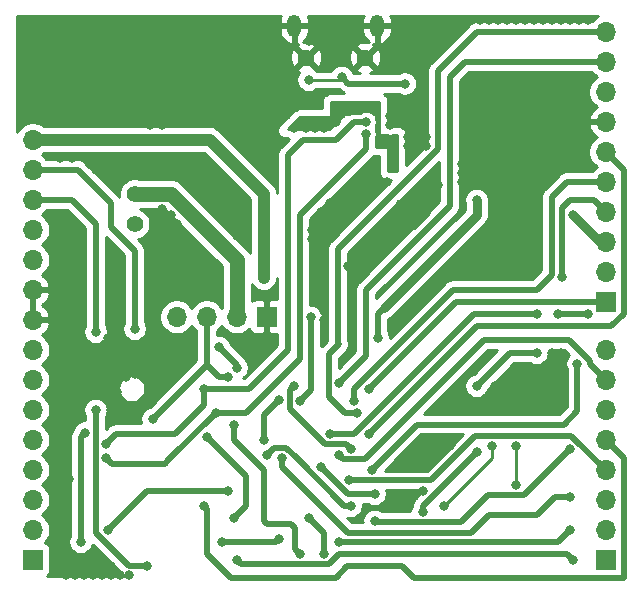
<source format=gbr>
G04 #@! TF.GenerationSoftware,KiCad,Pcbnew,5.1.9*
G04 #@! TF.CreationDate,2021-03-28T15:13:34+02:00*
G04 #@! TF.ProjectId,dwm1001-devboard,64776d31-3030-4312-9d64-6576626f6172,1*
G04 #@! TF.SameCoordinates,Original*
G04 #@! TF.FileFunction,Copper,L2,Bot*
G04 #@! TF.FilePolarity,Positive*
%FSLAX46Y46*%
G04 Gerber Fmt 4.6, Leading zero omitted, Abs format (unit mm)*
G04 Created by KiCad (PCBNEW 5.1.9) date 2021-03-28 15:13:34*
%MOMM*%
%LPD*%
G01*
G04 APERTURE LIST*
G04 #@! TA.AperFunction,ComponentPad*
%ADD10C,1.450000*%
G04 #@! TD*
G04 #@! TA.AperFunction,ComponentPad*
%ADD11O,1.200000X1.900000*%
G04 #@! TD*
G04 #@! TA.AperFunction,ComponentPad*
%ADD12O,1.700000X1.700000*%
G04 #@! TD*
G04 #@! TA.AperFunction,ComponentPad*
%ADD13R,1.700000X1.700000*%
G04 #@! TD*
G04 #@! TA.AperFunction,ComponentPad*
%ADD14C,1.400000*%
G04 #@! TD*
G04 #@! TA.AperFunction,ViaPad*
%ADD15C,0.800000*%
G04 #@! TD*
G04 #@! TA.AperFunction,Conductor*
%ADD16C,0.254000*%
G04 #@! TD*
G04 #@! TA.AperFunction,Conductor*
%ADD17C,0.508000*%
G04 #@! TD*
G04 #@! TA.AperFunction,Conductor*
%ADD18C,1.016000*%
G04 #@! TD*
G04 #@! TA.AperFunction,Conductor*
%ADD19C,0.762000*%
G04 #@! TD*
G04 #@! TA.AperFunction,Conductor*
%ADD20C,1.270000*%
G04 #@! TD*
G04 #@! TA.AperFunction,Conductor*
%ADD21C,0.100000*%
G04 #@! TD*
G04 APERTURE END LIST*
D10*
X138644000Y-67724000D03*
X133644000Y-67724000D03*
D11*
X139644000Y-65024000D03*
X132644000Y-65024000D03*
D12*
X122682000Y-89662000D03*
X125222000Y-89662000D03*
X127762000Y-89662000D03*
D13*
X130302000Y-89662000D03*
D14*
X119126000Y-81788000D03*
X119126000Y-79248000D03*
D12*
X159004000Y-65536000D03*
X159004000Y-68076000D03*
X159004000Y-70616000D03*
X159004000Y-73156000D03*
X159004000Y-75696000D03*
X159004000Y-78236000D03*
X159004000Y-80776000D03*
X159004000Y-83316000D03*
X159004000Y-85856000D03*
D13*
X159004000Y-88396000D03*
X158990000Y-110236000D03*
D12*
X158990000Y-107696000D03*
X158990000Y-105156000D03*
X158990000Y-102616000D03*
X158990000Y-100076000D03*
X158990000Y-97536000D03*
X158990000Y-94996000D03*
X158990000Y-92456000D03*
X110490000Y-74676000D03*
X110490000Y-77216000D03*
X110490000Y-79756000D03*
X110490000Y-82296000D03*
X110490000Y-84836000D03*
X110490000Y-87376000D03*
X110490000Y-89916000D03*
X110490000Y-92456000D03*
X110490000Y-94996000D03*
X110490000Y-97536000D03*
X110490000Y-100076000D03*
X110490000Y-102616000D03*
X110490000Y-105156000D03*
X110490000Y-107696000D03*
D13*
X110490000Y-110236000D03*
D15*
X140970000Y-76708000D03*
X139954000Y-74676000D03*
X140970000Y-75692000D03*
X140970000Y-74676000D03*
X133096000Y-73152000D03*
X133858000Y-73152000D03*
X132588000Y-73660000D03*
X133604000Y-73660000D03*
X134366000Y-73660000D03*
X134620000Y-73152000D03*
X135128000Y-73660000D03*
X135382000Y-73152000D03*
X136144000Y-73152000D03*
X133858000Y-69596000D03*
X136652000Y-69342000D03*
X142002902Y-69910752D03*
X114911231Y-99464769D03*
X127000000Y-104394000D03*
X116840000Y-107696000D03*
X114554000Y-108712000D03*
X120650000Y-98298000D03*
X133858000Y-106680000D03*
X135128000Y-109728000D03*
X130048000Y-100076000D03*
X131318000Y-96682000D03*
X127000000Y-94742000D03*
X125984000Y-97790000D03*
X138684000Y-74168000D03*
X116678000Y-101600000D03*
X124964000Y-95762000D03*
X116678000Y-100422000D03*
X138684000Y-73152000D03*
X120142000Y-110744000D03*
X115824000Y-97536000D03*
X115824000Y-90932000D03*
X155956000Y-100838000D03*
X139446000Y-106934000D03*
X136398000Y-101346000D03*
X124968000Y-105664000D03*
X137252001Y-103470001D03*
X137414000Y-105664000D03*
X130302000Y-101346000D03*
X131318000Y-108458000D03*
X126492000Y-108712000D03*
X131572000Y-101600000D03*
X155956000Y-104902000D03*
X127508000Y-98806000D03*
X155956000Y-107696000D03*
X133096000Y-109728000D03*
X136398000Y-108712000D03*
X125222000Y-99822000D03*
X156210000Y-110236000D03*
X127762000Y-110236000D03*
X127508000Y-106680000D03*
X130048000Y-86360000D03*
X133096000Y-96774000D03*
X134020000Y-89662000D03*
X139192000Y-102616000D03*
X156615130Y-93623130D03*
X138938000Y-99616000D03*
X137668000Y-96774000D03*
X139446000Y-104648000D03*
X134874000Y-102362000D03*
X135636000Y-99584001D03*
X153162000Y-89408000D03*
X155286000Y-86268000D03*
X156210000Y-81026000D03*
X148082000Y-79756000D03*
X139700000Y-91440000D03*
X148082000Y-95504000D03*
X148082000Y-101086990D03*
X143510000Y-106172000D03*
X153162000Y-92710000D03*
X154940000Y-89408000D03*
X157480000Y-89408000D03*
X138938000Y-95758000D03*
X143510000Y-104394000D03*
X145542000Y-97028000D03*
X145542000Y-97536000D03*
X117094000Y-98298000D03*
X114300000Y-83820000D03*
X114300000Y-84836000D03*
X114300000Y-85852000D03*
X113284000Y-85852000D03*
X112268000Y-85852000D03*
X112268000Y-84836000D03*
X113284000Y-84836000D03*
X113284000Y-83820000D03*
X112268000Y-83820000D03*
X112268000Y-86868000D03*
X112268000Y-87884000D03*
X113284000Y-86868000D03*
X112776000Y-76200000D03*
X113792000Y-76200000D03*
X114808000Y-76200000D03*
X115824000Y-76200000D03*
X116840000Y-76200000D03*
X117856000Y-76200000D03*
X118872000Y-76200000D03*
X119888000Y-76200000D03*
X121412000Y-73406000D03*
X120396000Y-73406000D03*
X120396000Y-72390000D03*
X121412000Y-72390000D03*
X121412000Y-71374000D03*
X120396000Y-71374000D03*
X120396000Y-70358000D03*
X121412000Y-70358000D03*
X120904000Y-76200000D03*
X121920000Y-76200000D03*
X122936000Y-76200000D03*
X123952000Y-76200000D03*
X124968000Y-76200000D03*
X124968000Y-77216000D03*
X123952000Y-77216000D03*
X121920000Y-77216000D03*
X120904000Y-77216000D03*
X119888000Y-77216000D03*
X118872000Y-77216000D03*
X117856000Y-77216000D03*
X116840000Y-77216000D03*
X115824000Y-77216000D03*
X124460000Y-78232000D03*
X125476000Y-78232000D03*
X146050000Y-96520000D03*
X146812000Y-96520000D03*
X149098000Y-96266000D03*
X149860000Y-96266000D03*
X149606000Y-95504000D03*
X117856000Y-111506000D03*
X117094000Y-110744000D03*
X117094000Y-111506000D03*
X116332000Y-110744000D03*
X116332000Y-111506000D03*
X115570000Y-110744000D03*
X115570000Y-111506000D03*
X114808000Y-110744000D03*
X114808000Y-111506000D03*
X114046000Y-110744000D03*
X114046000Y-111506000D03*
X113284000Y-111506000D03*
X118618000Y-111506000D03*
X129032000Y-91440000D03*
X129794000Y-91440000D03*
X130556000Y-91440000D03*
X130556000Y-92202000D03*
X129794000Y-92202000D03*
X129032000Y-92202000D03*
X129032000Y-92964000D03*
X129794000Y-92964000D03*
X129032000Y-93726000D03*
X152908000Y-81026000D03*
X152654000Y-77724000D03*
X142840000Y-101762000D03*
X143488500Y-102129500D03*
X145796000Y-100584000D03*
X140716000Y-72644000D03*
X140716000Y-73406000D03*
X143764000Y-74422000D03*
X143764000Y-75184000D03*
X142240000Y-75184000D03*
X142240000Y-74422000D03*
X143002000Y-74422000D03*
X143002000Y-75184000D03*
X111760000Y-101346000D03*
X112268000Y-101854000D03*
X112268000Y-102616000D03*
X113030000Y-102616000D03*
X112776000Y-103378000D03*
X113538000Y-103378000D03*
X146812000Y-76708000D03*
X146812000Y-77470000D03*
X147574000Y-77470000D03*
X147574000Y-78232000D03*
X146812000Y-78232000D03*
X147066000Y-78994000D03*
X140208000Y-83058000D03*
X139700000Y-83058000D03*
X137922000Y-84836000D03*
X138684000Y-85598000D03*
X137160000Y-85344000D03*
X137922000Y-86106000D03*
X123190000Y-82550000D03*
X122174000Y-82550000D03*
X122682000Y-81788000D03*
X121666000Y-81788000D03*
X122174000Y-81026000D03*
X120904000Y-81280000D03*
X121412000Y-80518000D03*
X138938000Y-78994000D03*
X138938000Y-78232000D03*
X139700000Y-78232000D03*
X140462000Y-78232000D03*
X144272000Y-77978000D03*
X144780000Y-78486000D03*
X143764000Y-80156000D03*
X109474000Y-64516000D03*
X110236000Y-64516000D03*
X110998000Y-64516000D03*
X111760000Y-64516000D03*
X112522000Y-64516000D03*
X113284000Y-64516000D03*
X114046000Y-64516000D03*
X114808000Y-64516000D03*
X115570000Y-64516000D03*
X116332000Y-64516000D03*
X117094000Y-64516000D03*
X117856000Y-64516000D03*
X118618000Y-64516000D03*
X119380000Y-64516000D03*
X120142000Y-64516000D03*
X120142000Y-65278000D03*
X119380000Y-65278000D03*
X118618000Y-65278000D03*
X117856000Y-65278000D03*
X117094000Y-65278000D03*
X116332000Y-65278000D03*
X115570000Y-65278000D03*
X114808000Y-65278000D03*
X114046000Y-65278000D03*
X113284000Y-65278000D03*
X112522000Y-65278000D03*
X111760000Y-65278000D03*
X110998000Y-65278000D03*
X110236000Y-65278000D03*
X109474000Y-65278000D03*
X120396000Y-69342000D03*
X120396000Y-68326000D03*
X120396000Y-67310000D03*
X120396000Y-66294000D03*
X119380000Y-69596000D03*
X119380000Y-68580000D03*
X112268000Y-66294000D03*
X113284000Y-66294000D03*
X114300000Y-66294000D03*
X115316000Y-66294000D03*
X116332000Y-66294000D03*
X112268000Y-67310000D03*
X113284000Y-67310000D03*
X114300000Y-67310000D03*
X115316000Y-67310000D03*
X116332000Y-67310000D03*
X118364000Y-68580000D03*
X117348000Y-68580000D03*
X116332000Y-68580000D03*
X115316000Y-68580000D03*
X114300000Y-68580000D03*
X113284000Y-68580000D03*
X112268000Y-68580000D03*
X111252000Y-68580000D03*
X110236000Y-68580000D03*
X109474000Y-68580000D03*
X109474000Y-69596000D03*
X110236000Y-69596000D03*
X111252000Y-69596000D03*
X112268000Y-69596000D03*
X113284000Y-69596000D03*
X114300000Y-69596000D03*
X115316000Y-69596000D03*
X116332000Y-69596000D03*
X117348000Y-69596000D03*
X118364000Y-69596000D03*
X121412000Y-69342000D03*
X121412000Y-68326000D03*
X122428000Y-68326000D03*
X122428000Y-69342000D03*
X123444000Y-69850000D03*
X123444000Y-68834000D03*
X124460000Y-70104000D03*
X125222000Y-70104000D03*
X124460000Y-69088000D03*
X125222000Y-69088000D03*
X125222000Y-68072000D03*
X124206000Y-68072000D03*
X126238000Y-68072000D03*
X127254000Y-68072000D03*
X128524000Y-68072000D03*
X126238000Y-67056000D03*
X126238000Y-66040000D03*
X126238000Y-65024000D03*
X123190000Y-64516000D03*
X124206000Y-64516000D03*
X125222000Y-64516000D03*
X127254000Y-64516000D03*
X128270000Y-64516000D03*
X129286000Y-64516000D03*
X145796000Y-66040000D03*
X146558000Y-65278000D03*
X147320000Y-64516000D03*
X146558000Y-64516000D03*
X145796000Y-65278000D03*
X145796000Y-64516000D03*
X145034000Y-66040000D03*
X144272000Y-66040000D03*
X142748000Y-65532000D03*
X141732000Y-65532000D03*
X140462000Y-66802000D03*
X140462000Y-67818000D03*
X141732000Y-64516000D03*
X142748000Y-64516000D03*
X145034000Y-65278000D03*
X144272000Y-65278000D03*
X148336000Y-64516000D03*
X145034000Y-64516000D03*
X144272000Y-64516000D03*
X143510000Y-64516000D03*
X143510000Y-65532000D03*
X149098000Y-64516000D03*
X149860000Y-64516000D03*
X150622000Y-64516000D03*
X151384000Y-64516000D03*
X152146000Y-64516000D03*
X152908000Y-64516000D03*
X153670000Y-64516000D03*
X154432000Y-64516000D03*
X155194000Y-64516000D03*
X155956000Y-64516000D03*
X156718000Y-64516000D03*
X157480000Y-64516000D03*
X157226000Y-69342000D03*
X157226000Y-70104000D03*
X157226000Y-70866000D03*
X157226000Y-71628000D03*
X157226000Y-72390000D03*
X157226000Y-73152000D03*
X157226000Y-73914000D03*
X157226000Y-74676000D03*
X157226000Y-75438000D03*
X157226000Y-76200000D03*
X157226000Y-76962000D03*
X156464000Y-76962000D03*
X155702000Y-76962000D03*
X154940000Y-76962000D03*
X154178000Y-76962000D03*
X153416000Y-76962000D03*
X152654000Y-76962000D03*
X152654000Y-76200000D03*
X152654000Y-75438000D03*
X152654000Y-74676000D03*
X152654000Y-73914000D03*
X152654000Y-73152000D03*
X152654000Y-72390000D03*
X152654000Y-71628000D03*
X152654000Y-70866000D03*
X152654000Y-70104000D03*
X152654000Y-69342000D03*
X153416000Y-69342000D03*
X154178000Y-69342000D03*
X154940000Y-69342000D03*
X155702000Y-69342000D03*
X156464000Y-69342000D03*
X154178000Y-70104000D03*
X155702000Y-70104000D03*
X154940000Y-70104000D03*
X156464000Y-70104000D03*
X153416000Y-70104000D03*
X154178000Y-70866000D03*
X155702000Y-70866000D03*
X156464000Y-70866000D03*
X154940000Y-70866000D03*
X153416000Y-70866000D03*
X156464000Y-71628000D03*
X154178000Y-71628000D03*
X153416000Y-71628000D03*
X154940000Y-71628000D03*
X155702000Y-71628000D03*
X153416000Y-72390000D03*
X156464000Y-72390000D03*
X154178000Y-72390000D03*
X154940000Y-72390000D03*
X155702000Y-72390000D03*
X155702000Y-73152000D03*
X154940000Y-73152000D03*
X156464000Y-73152000D03*
X154178000Y-73152000D03*
X153416000Y-73152000D03*
X153416000Y-73914000D03*
X156464000Y-73914000D03*
X155702000Y-73914000D03*
X154940000Y-73914000D03*
X154178000Y-73914000D03*
X154178000Y-74676000D03*
X155702000Y-74676000D03*
X153416000Y-74676000D03*
X156464000Y-74676000D03*
X154940000Y-74676000D03*
X156464000Y-75438000D03*
X153416000Y-75438000D03*
X154178000Y-75438000D03*
X154940000Y-75438000D03*
X155702000Y-75438000D03*
X153416000Y-76200000D03*
X154178000Y-76200000D03*
X156464000Y-76200000D03*
X155702000Y-76200000D03*
X154940000Y-76200000D03*
X151892000Y-70866000D03*
X151892000Y-70104000D03*
X151892000Y-71628000D03*
X151892000Y-69342000D03*
X151892000Y-75438000D03*
X151892000Y-74676000D03*
X151892000Y-73914000D03*
X151892000Y-73152000D03*
X151892000Y-76200000D03*
X151892000Y-72390000D03*
X152654000Y-78486000D03*
X153416000Y-78486000D03*
X153416000Y-77724000D03*
X154178000Y-77724000D03*
X152908000Y-81788000D03*
X152908000Y-82550000D03*
X152908000Y-83312000D03*
X152908000Y-84074000D03*
X152146000Y-83566000D03*
X152146000Y-84328000D03*
X151384000Y-83566000D03*
X151384000Y-84328000D03*
X150622000Y-84328000D03*
X148082000Y-69342000D03*
X148082000Y-70104000D03*
X148082000Y-70866000D03*
X148844000Y-70104000D03*
X149606000Y-70104000D03*
X150368000Y-70104000D03*
X151130000Y-70104000D03*
X148844000Y-69342000D03*
X148844000Y-70866000D03*
X147320000Y-69596000D03*
X151130000Y-74676000D03*
X150368000Y-74676000D03*
X149606000Y-74676000D03*
X148844000Y-74676000D03*
X149606000Y-75438000D03*
X150368000Y-75438000D03*
X151130000Y-75438000D03*
X151130000Y-76200000D03*
X150368000Y-76200000D03*
X154432000Y-92710000D03*
X155194000Y-92710000D03*
X155194000Y-93472000D03*
X154432000Y-93472000D03*
X155194000Y-94234000D03*
X154432000Y-94234000D03*
X154940000Y-94996000D03*
X153924000Y-96012000D03*
X153924000Y-95250000D03*
X154940000Y-95758000D03*
X150622000Y-97282000D03*
X152908000Y-97282000D03*
X117094000Y-97536000D03*
X117094000Y-96774000D03*
X117602000Y-96012000D03*
X116840000Y-96012000D03*
X116840000Y-95250000D03*
X117602000Y-95250000D03*
X116840000Y-94488000D03*
X117602000Y-94488000D03*
X116840000Y-93726000D03*
X117602000Y-93726000D03*
X117602000Y-92964000D03*
X116840000Y-92964000D03*
X116840000Y-92202000D03*
X117602000Y-92202000D03*
X117602000Y-91440000D03*
X116840000Y-91440000D03*
X117348000Y-90678000D03*
X118364000Y-91694000D03*
X118364000Y-92456000D03*
X118364000Y-93218000D03*
X118364000Y-93980000D03*
X118364000Y-94742000D03*
X119126000Y-92202000D03*
X119126000Y-92964000D03*
X119126000Y-93726000D03*
X119126000Y-94488000D03*
X119888000Y-92964000D03*
X119888000Y-93726000D03*
X120650000Y-93218000D03*
X121412000Y-93218000D03*
X122174000Y-93218000D03*
X122936000Y-93218000D03*
X123698000Y-93218000D03*
X135128000Y-89916000D03*
X135128000Y-89154000D03*
X135128000Y-88392000D03*
X135128000Y-87630000D03*
X135128000Y-86868000D03*
X137668000Y-66294000D03*
X136906000Y-66294000D03*
X136144000Y-66294000D03*
X135382000Y-66294000D03*
X134620000Y-66294000D03*
X133858000Y-66294000D03*
X134112000Y-83058000D03*
X134874000Y-83058000D03*
X134874000Y-82296000D03*
X134112000Y-82296000D03*
X135636000Y-81534000D03*
X134620000Y-81534000D03*
X134874000Y-80772000D03*
X135636000Y-80772000D03*
X135636000Y-80010000D03*
X117094000Y-86614000D03*
X117856000Y-86614000D03*
X117856000Y-85852000D03*
X117094000Y-85852000D03*
X117094000Y-85090000D03*
X117856000Y-85090000D03*
X117094000Y-84328000D03*
X123952000Y-84836000D03*
X123952000Y-83820000D03*
X127762000Y-82804000D03*
X137414000Y-100838000D03*
X132588000Y-95504000D03*
X127762000Y-93980000D03*
X126238000Y-92202000D03*
X119126000Y-90678000D03*
X137922000Y-97790000D03*
X136398000Y-95250000D03*
X149352000Y-100584000D03*
X145288000Y-105664000D03*
X151384000Y-103886000D03*
X151384000Y-100584000D03*
D16*
X136398000Y-69596000D02*
X136652000Y-69342000D01*
X133858000Y-69596000D02*
X136398000Y-69596000D01*
D17*
X137220752Y-69910752D02*
X136652000Y-69342000D01*
X142002902Y-69910752D02*
X137220752Y-69910752D01*
X120142000Y-104394000D02*
X116840000Y-107696000D01*
X114554000Y-99822000D02*
X114911231Y-99464769D01*
X114554000Y-108712000D02*
X114554000Y-99822000D01*
X120142000Y-104394000D02*
X127000000Y-104394000D01*
X125222000Y-93726000D02*
X120650000Y-98298000D01*
X125222000Y-91948000D02*
X125222000Y-93726000D01*
X125222000Y-89662000D02*
X125222000Y-91948000D01*
X135128000Y-107950000D02*
X133858000Y-106680000D01*
X135128000Y-109728000D02*
X135128000Y-107950000D01*
X130048000Y-97952000D02*
X131318000Y-96682000D01*
X130048000Y-100076000D02*
X130048000Y-97952000D01*
X126238000Y-94742000D02*
X125222000Y-93726000D01*
X127000000Y-94742000D02*
X126238000Y-94742000D01*
X125984000Y-97790000D02*
X121986699Y-101787301D01*
X121666000Y-102108000D02*
X118872000Y-102108000D01*
X121986699Y-101787301D02*
X121666000Y-102108000D01*
X138684000Y-75438000D02*
X138684000Y-74168000D01*
X133096000Y-81026000D02*
X138684000Y-75438000D01*
X133096000Y-93218000D02*
X133096000Y-81026000D01*
X128524000Y-97790000D02*
X133096000Y-93218000D01*
X125984000Y-97790000D02*
X128524000Y-97790000D01*
X117186000Y-102108000D02*
X116678000Y-101600000D01*
X118872000Y-102108000D02*
X117186000Y-102108000D01*
X124964000Y-97166966D02*
X122562966Y-99568000D01*
X124964000Y-95762000D02*
X124964000Y-97166966D01*
X117532000Y-99568000D02*
X116678000Y-100422000D01*
X122562966Y-99568000D02*
X117532000Y-99568000D01*
X133350000Y-74676000D02*
X132080000Y-75946000D01*
X136144000Y-74676000D02*
X133350000Y-74676000D01*
X137668000Y-73152000D02*
X136144000Y-74676000D01*
X138684000Y-73152000D02*
X137668000Y-73152000D01*
X132080000Y-89916000D02*
X132080000Y-90401202D01*
X132080000Y-75946000D02*
X132080000Y-89916000D01*
X132080000Y-91694000D02*
X132080000Y-89916000D01*
X132080000Y-92456000D02*
X132080000Y-91694000D01*
X128774000Y-95762000D02*
X132080000Y-92456000D01*
X124964000Y-95762000D02*
X128774000Y-95762000D01*
X113792000Y-79756000D02*
X110490000Y-79756000D01*
X115824000Y-81788000D02*
X113792000Y-79756000D01*
X118618000Y-110744000D02*
X115824000Y-107950000D01*
X120142000Y-110744000D02*
X118618000Y-110744000D01*
X115824000Y-107950000D02*
X115824000Y-97536000D01*
X115824000Y-90932000D02*
X115824000Y-81788000D01*
X152053999Y-104740001D02*
X149005999Y-104740001D01*
X155956000Y-100838000D02*
X152053999Y-104740001D01*
X139538001Y-107026001D02*
X139446000Y-106934000D01*
X146719999Y-107026001D02*
X139538001Y-107026001D01*
X149005999Y-104740001D02*
X146719999Y-107026001D01*
X155857921Y-91601999D02*
X148682001Y-91601999D01*
X157685999Y-93430077D02*
X155857921Y-91601999D01*
X157685999Y-93691999D02*
X157685999Y-93430077D01*
X158990000Y-94996000D02*
X157685999Y-93691999D01*
X136744001Y-101692001D02*
X136398000Y-101346000D01*
X138591999Y-101692001D02*
X136744001Y-101692001D01*
X148682001Y-91601999D02*
X138591999Y-101692001D01*
X158990000Y-100076000D02*
X160531990Y-101617990D01*
X160531990Y-111756010D02*
X160524010Y-111763990D01*
X160531990Y-101617990D02*
X160531990Y-111756010D01*
X125730000Y-110236000D02*
X125222000Y-109728000D01*
X125222000Y-109728000D02*
X125222000Y-105918000D01*
X125222000Y-105918000D02*
X124968000Y-105664000D01*
X125730000Y-110236000D02*
X126492000Y-110998000D01*
X126492000Y-110998000D02*
X126746000Y-111252000D01*
X160531990Y-111756010D02*
X142744010Y-111756010D01*
X141751999Y-110763999D02*
X137140001Y-110763999D01*
X142744010Y-111756010D02*
X141751999Y-110763999D01*
X137140001Y-110763999D02*
X136144000Y-111760000D01*
X127254000Y-111760000D02*
X126746000Y-111252000D01*
X136144000Y-111760000D02*
X127254000Y-111760000D01*
X156103999Y-99729999D02*
X147920001Y-99729999D01*
X158990000Y-102616000D02*
X156103999Y-99729999D01*
X144179999Y-103470001D02*
X137252001Y-103470001D01*
X147920001Y-99729999D02*
X144179999Y-103470001D01*
X137252001Y-103470001D02*
X137252001Y-103470001D01*
X136848315Y-105664000D02*
X132842000Y-101657685D01*
X137414000Y-105664000D02*
X136848315Y-105664000D01*
X130902001Y-100745999D02*
X130302000Y-101346000D01*
X131930314Y-100745999D02*
X130902001Y-100745999D01*
X132842000Y-101657685D02*
X131930314Y-100745999D01*
X131064000Y-108712000D02*
X131318000Y-108458000D01*
X126492000Y-108712000D02*
X131064000Y-108712000D01*
X154686000Y-104902000D02*
X155956000Y-104902000D01*
X153162000Y-106426000D02*
X154686000Y-104902000D01*
X147574000Y-107950000D02*
X149098000Y-106426000D01*
X137160000Y-107950000D02*
X147574000Y-107950000D01*
X131572000Y-102362000D02*
X137160000Y-107950000D01*
X149098000Y-106426000D02*
X153162000Y-106426000D01*
X131572000Y-101600000D02*
X131572000Y-102362000D01*
X155956000Y-107696000D02*
X155448000Y-108204000D01*
X132696001Y-109328001D02*
X132696001Y-107550001D01*
X133096000Y-109728000D02*
X132696001Y-109328001D01*
X132696001Y-107550001D02*
X132334000Y-107188000D01*
X132334000Y-107188000D02*
X130302000Y-107188000D01*
X130302000Y-107188000D02*
X130048000Y-106934000D01*
X130048000Y-106934000D02*
X130048000Y-102616000D01*
X127508000Y-100076000D02*
X127508000Y-98806000D01*
X130048000Y-102616000D02*
X127508000Y-100076000D01*
X154940000Y-108712000D02*
X155448000Y-108204000D01*
X136398000Y-108712000D02*
X154940000Y-108712000D01*
X156210000Y-110236000D02*
X155702000Y-109728000D01*
X128108001Y-110582001D02*
X127762000Y-110236000D01*
X135537921Y-110582001D02*
X128108001Y-110582001D01*
X136391922Y-109728000D02*
X135537921Y-110582001D01*
X155702000Y-109728000D02*
X136391922Y-109728000D01*
X127508000Y-106680000D02*
X128524000Y-105664000D01*
X128524000Y-103124000D02*
X125222000Y-99822000D01*
X128524000Y-105664000D02*
X128524000Y-103124000D01*
D18*
X125476000Y-74676000D02*
X110490000Y-74676000D01*
X130048000Y-79248000D02*
X125476000Y-74676000D01*
X130048000Y-86360000D02*
X130048000Y-79248000D01*
D17*
X134020000Y-95850000D02*
X134020000Y-89662000D01*
X133096000Y-96774000D02*
X134020000Y-95850000D01*
X139192000Y-102616000D02*
X143002000Y-98806000D01*
X143002000Y-98806000D02*
X149098000Y-98806000D01*
X149098000Y-98806000D02*
X150114000Y-98806000D01*
X150114000Y-98806000D02*
X155448000Y-98806000D01*
X156615130Y-97638870D02*
X156615130Y-93623130D01*
X155448000Y-98806000D02*
X156615130Y-97638870D01*
X138938000Y-99616000D02*
X148130000Y-90424000D01*
X159493202Y-90424000D02*
X160531990Y-89385212D01*
X148130000Y-90424000D02*
X159493202Y-90424000D01*
X160531990Y-77223990D02*
X159004000Y-75696000D01*
X160531990Y-89385212D02*
X160531990Y-77223990D01*
X137668000Y-95764078D02*
X146056078Y-87376000D01*
X137668000Y-96774000D02*
X137668000Y-95764078D01*
X146056078Y-87376000D02*
X153162000Y-87376000D01*
X153162000Y-87376000D02*
X154432000Y-86106000D01*
X154432000Y-86106000D02*
X154432000Y-79502000D01*
X155698000Y-78236000D02*
X159004000Y-78236000D01*
X154432000Y-79502000D02*
X155698000Y-78236000D01*
X137160000Y-104648000D02*
X134874000Y-102362000D01*
X139446000Y-104648000D02*
X137160000Y-104648000D01*
X147882078Y-89408000D02*
X153162000Y-89408000D01*
X137706077Y-99584001D02*
X147882078Y-89408000D01*
X135636000Y-99584001D02*
X137706077Y-99584001D01*
X157984000Y-79756000D02*
X159004000Y-80776000D01*
X155286000Y-80426000D02*
X155956000Y-79756000D01*
X155956000Y-79756000D02*
X157984000Y-79756000D01*
X155286000Y-86268000D02*
X155286000Y-80426000D01*
D19*
X158500000Y-83316000D02*
X156210000Y-81026000D01*
X159004000Y-83316000D02*
X158500000Y-83316000D01*
X148082000Y-81026000D02*
X140208000Y-88900000D01*
X148082000Y-79756000D02*
X148082000Y-81026000D01*
D17*
X139700000Y-89408000D02*
X140208000Y-88900000D01*
X139700000Y-91440000D02*
X139700000Y-89408000D01*
X143510000Y-105658990D02*
X143510000Y-106172000D01*
X148082000Y-101086990D02*
X143510000Y-105658990D01*
X150876000Y-92710000D02*
X148082000Y-95504000D01*
X153162000Y-92710000D02*
X150876000Y-92710000D01*
X154940000Y-89408000D02*
X157480000Y-89408000D01*
X146300000Y-88396000D02*
X159004000Y-88396000D01*
X138938000Y-95758000D02*
X146300000Y-88396000D01*
D20*
X127762000Y-89662000D02*
X127762000Y-84836000D01*
X122174000Y-79248000D02*
X119126000Y-79248000D01*
X127762000Y-84836000D02*
X122174000Y-79248000D01*
D19*
X140208000Y-83058000D02*
X139700000Y-83058000D01*
X139700000Y-83058000D02*
X137922000Y-84836000D01*
X137668000Y-84836000D02*
X137160000Y-85344000D01*
X137922000Y-84836000D02*
X137668000Y-84836000D01*
X137922000Y-86106000D02*
X137160000Y-85344000D01*
X138176000Y-86106000D02*
X138684000Y-85598000D01*
X137922000Y-86106000D02*
X138176000Y-86106000D01*
X137922000Y-84836000D02*
X138684000Y-85598000D01*
X137922000Y-86106000D02*
X137922000Y-84836000D01*
D17*
X138938000Y-78994000D02*
X138938000Y-78232000D01*
X139700000Y-78232000D02*
X140462000Y-78232000D01*
X137668000Y-66294000D02*
X133858000Y-66294000D01*
X137014001Y-100438001D02*
X135236001Y-100438001D01*
X137414000Y-100838000D02*
X137014001Y-100438001D01*
X132241999Y-95850001D02*
X132588000Y-95504000D01*
X132241999Y-97443999D02*
X132241999Y-95850001D01*
X135236001Y-100438001D02*
X132241999Y-97443999D01*
X127762000Y-93726000D02*
X126238000Y-92202000D01*
X127762000Y-93980000D02*
X127762000Y-93726000D01*
X119126000Y-84088724D02*
X117094000Y-82056724D01*
X119126000Y-90678000D02*
X119126000Y-84088724D01*
X117094000Y-82056724D02*
X117094000Y-80010000D01*
X114300000Y-77216000D02*
X110490000Y-77216000D01*
X117094000Y-80010000D02*
X114300000Y-77216000D01*
X136305999Y-83912001D02*
X144780000Y-75438000D01*
X148078000Y-65536000D02*
X148086000Y-65536000D01*
X136305999Y-91855999D02*
X136305999Y-83912001D01*
X148086000Y-65536000D02*
X159004000Y-65536000D01*
X144780000Y-68834000D02*
X148078000Y-65536000D01*
X136398000Y-91948000D02*
X136305999Y-91855999D01*
X135543999Y-92802001D02*
X136398000Y-91948000D01*
X144780000Y-75438000D02*
X144780000Y-68834000D01*
X135543999Y-96427999D02*
X135543999Y-92802001D01*
X136906000Y-97790000D02*
X135543999Y-96427999D01*
X137922000Y-97790000D02*
X136906000Y-97790000D01*
X147062000Y-68076000D02*
X159004000Y-68076000D01*
X145796000Y-69342000D02*
X147062000Y-68076000D01*
X145796000Y-80264000D02*
X145796000Y-69342000D01*
X138684000Y-87376000D02*
X145796000Y-80264000D01*
X138684000Y-92964000D02*
X138684000Y-87376000D01*
X136398000Y-95250000D02*
X138684000Y-92964000D01*
D16*
X149352000Y-101600000D02*
X149352000Y-100584000D01*
X145288000Y-105664000D02*
X149352000Y-101600000D01*
X151384000Y-103886000D02*
X151384000Y-100584000D01*
X126492001Y-85362052D02*
X126492000Y-88889760D01*
X126375475Y-88715368D01*
X126168632Y-88508525D01*
X125925411Y-88346010D01*
X125655158Y-88234068D01*
X125368260Y-88177000D01*
X125075740Y-88177000D01*
X124788842Y-88234068D01*
X124518589Y-88346010D01*
X124275368Y-88508525D01*
X124068525Y-88715368D01*
X123952000Y-88889760D01*
X123835475Y-88715368D01*
X123628632Y-88508525D01*
X123385411Y-88346010D01*
X123115158Y-88234068D01*
X122828260Y-88177000D01*
X122535740Y-88177000D01*
X122248842Y-88234068D01*
X121978589Y-88346010D01*
X121735368Y-88508525D01*
X121528525Y-88715368D01*
X121366010Y-88958589D01*
X121254068Y-89228842D01*
X121197000Y-89515740D01*
X121197000Y-89808260D01*
X121254068Y-90095158D01*
X121366010Y-90365411D01*
X121528525Y-90608632D01*
X121735368Y-90815475D01*
X121978589Y-90977990D01*
X122248842Y-91089932D01*
X122535740Y-91147000D01*
X122828260Y-91147000D01*
X123115158Y-91089932D01*
X123385411Y-90977990D01*
X123628632Y-90815475D01*
X123835475Y-90608632D01*
X123952000Y-90434240D01*
X124068525Y-90608632D01*
X124275368Y-90815475D01*
X124333001Y-90853984D01*
X124333001Y-91904324D01*
X124333000Y-91904334D01*
X124333001Y-93357764D01*
X120397895Y-97292870D01*
X120348102Y-97302774D01*
X120159744Y-97380795D01*
X119990226Y-97494063D01*
X119846063Y-97638226D01*
X119732795Y-97807744D01*
X119654774Y-97996102D01*
X119615000Y-98196061D01*
X119615000Y-98399939D01*
X119654774Y-98599898D01*
X119687539Y-98679000D01*
X117575659Y-98679000D01*
X117531999Y-98674700D01*
X117488339Y-98679000D01*
X117488333Y-98679000D01*
X117390924Y-98688594D01*
X117357724Y-98691864D01*
X117258323Y-98722017D01*
X117190149Y-98742697D01*
X117035709Y-98825247D01*
X116900341Y-98936341D01*
X116872501Y-98970264D01*
X116713000Y-99129765D01*
X116713000Y-98068468D01*
X116741205Y-98026256D01*
X116819226Y-97837898D01*
X116859000Y-97637939D01*
X116859000Y-97434061D01*
X116819226Y-97234102D01*
X116741205Y-97045744D01*
X116627937Y-96876226D01*
X116483774Y-96732063D01*
X116314256Y-96618795D01*
X116125898Y-96540774D01*
X115925939Y-96501000D01*
X115722061Y-96501000D01*
X115522102Y-96540774D01*
X115333744Y-96618795D01*
X115164226Y-96732063D01*
X115020063Y-96876226D01*
X114906795Y-97045744D01*
X114828774Y-97234102D01*
X114789000Y-97434061D01*
X114789000Y-97637939D01*
X114828774Y-97837898D01*
X114906795Y-98026256D01*
X114935001Y-98068469D01*
X114935001Y-98429769D01*
X114809292Y-98429769D01*
X114609333Y-98469543D01*
X114420975Y-98547564D01*
X114251457Y-98660832D01*
X114107294Y-98804995D01*
X113994026Y-98974513D01*
X113916005Y-99162871D01*
X113906766Y-99209321D01*
X113894507Y-99224258D01*
X113894505Y-99224260D01*
X113811248Y-99325709D01*
X113728698Y-99480148D01*
X113677864Y-99647726D01*
X113660700Y-99822000D01*
X113665001Y-99865670D01*
X113665000Y-108179532D01*
X113636795Y-108221744D01*
X113558774Y-108410102D01*
X113519000Y-108610061D01*
X113519000Y-108813939D01*
X113558774Y-109013898D01*
X113636795Y-109202256D01*
X113750063Y-109371774D01*
X113894226Y-109515937D01*
X114063744Y-109629205D01*
X114252102Y-109707226D01*
X114452061Y-109747000D01*
X114655939Y-109747000D01*
X114855898Y-109707226D01*
X115044256Y-109629205D01*
X115213774Y-109515937D01*
X115357937Y-109371774D01*
X115471205Y-109202256D01*
X115549226Y-109013898D01*
X115562737Y-108945972D01*
X117958506Y-111341742D01*
X117986341Y-111375659D01*
X118121709Y-111486753D01*
X118276149Y-111569303D01*
X118321303Y-111583000D01*
X111735359Y-111583000D01*
X111791185Y-111537185D01*
X111870537Y-111440494D01*
X111929502Y-111330180D01*
X111965812Y-111210482D01*
X111978072Y-111086000D01*
X111978072Y-109386000D01*
X111965812Y-109261518D01*
X111929502Y-109141820D01*
X111870537Y-109031506D01*
X111791185Y-108934815D01*
X111694494Y-108855463D01*
X111584180Y-108796498D01*
X111511620Y-108774487D01*
X111643475Y-108642632D01*
X111805990Y-108399411D01*
X111917932Y-108129158D01*
X111975000Y-107842260D01*
X111975000Y-107549740D01*
X111917932Y-107262842D01*
X111805990Y-106992589D01*
X111643475Y-106749368D01*
X111436632Y-106542525D01*
X111262240Y-106426000D01*
X111436632Y-106309475D01*
X111643475Y-106102632D01*
X111805990Y-105859411D01*
X111917932Y-105589158D01*
X111975000Y-105302260D01*
X111975000Y-105009740D01*
X111917932Y-104722842D01*
X111805990Y-104452589D01*
X111643475Y-104209368D01*
X111436632Y-104002525D01*
X111262240Y-103886000D01*
X111436632Y-103769475D01*
X111643475Y-103562632D01*
X111805990Y-103319411D01*
X111917932Y-103049158D01*
X111975000Y-102762260D01*
X111975000Y-102469740D01*
X111917932Y-102182842D01*
X111805990Y-101912589D01*
X111643475Y-101669368D01*
X111436632Y-101462525D01*
X111262240Y-101346000D01*
X111436632Y-101229475D01*
X111643475Y-101022632D01*
X111805990Y-100779411D01*
X111917932Y-100509158D01*
X111975000Y-100222260D01*
X111975000Y-99929740D01*
X111917932Y-99642842D01*
X111805990Y-99372589D01*
X111643475Y-99129368D01*
X111436632Y-98922525D01*
X111262240Y-98806000D01*
X111436632Y-98689475D01*
X111643475Y-98482632D01*
X111805990Y-98239411D01*
X111917932Y-97969158D01*
X111975000Y-97682260D01*
X111975000Y-97389740D01*
X111917932Y-97102842D01*
X111805990Y-96832589D01*
X111643475Y-96589368D01*
X111436632Y-96382525D01*
X111262240Y-96266000D01*
X111436632Y-96149475D01*
X111643475Y-95942632D01*
X111805990Y-95699411D01*
X111827833Y-95646675D01*
X117741700Y-95646675D01*
X117741700Y-95869325D01*
X117785137Y-96087696D01*
X117870341Y-96293398D01*
X117994039Y-96478524D01*
X118151476Y-96635961D01*
X118336602Y-96759659D01*
X118542304Y-96844863D01*
X118760675Y-96888300D01*
X118983325Y-96888300D01*
X119201696Y-96844863D01*
X119407398Y-96759659D01*
X119592524Y-96635961D01*
X119749961Y-96478524D01*
X119873659Y-96293398D01*
X119958863Y-96087696D01*
X120002300Y-95869325D01*
X120002300Y-95646675D01*
X119958863Y-95428304D01*
X119873659Y-95222602D01*
X119749961Y-95037476D01*
X119592524Y-94880039D01*
X119407398Y-94756341D01*
X119201696Y-94671137D01*
X118983325Y-94627700D01*
X118760675Y-94627700D01*
X118542304Y-94671137D01*
X118336602Y-94756341D01*
X118151476Y-94880039D01*
X117994039Y-95037476D01*
X117870341Y-95222602D01*
X117785137Y-95428304D01*
X117741700Y-95646675D01*
X111827833Y-95646675D01*
X111917932Y-95429158D01*
X111975000Y-95142260D01*
X111975000Y-94849740D01*
X111917932Y-94562842D01*
X111805990Y-94292589D01*
X111643475Y-94049368D01*
X111436632Y-93842525D01*
X111262240Y-93726000D01*
X111436632Y-93609475D01*
X111643475Y-93402632D01*
X111805990Y-93159411D01*
X111917932Y-92889158D01*
X111975000Y-92602260D01*
X111975000Y-92309740D01*
X111917932Y-92022842D01*
X111805990Y-91752589D01*
X111643475Y-91509368D01*
X111436632Y-91302525D01*
X111254466Y-91180805D01*
X111371355Y-91111178D01*
X111587588Y-90916269D01*
X111761641Y-90682920D01*
X111886825Y-90420099D01*
X111931476Y-90272890D01*
X111810155Y-90043000D01*
X110617000Y-90043000D01*
X110617000Y-90063000D01*
X110363000Y-90063000D01*
X110363000Y-90043000D01*
X110343000Y-90043000D01*
X110343000Y-89789000D01*
X110363000Y-89789000D01*
X110363000Y-87503000D01*
X110617000Y-87503000D01*
X110617000Y-89789000D01*
X111810155Y-89789000D01*
X111931476Y-89559110D01*
X111886825Y-89411901D01*
X111761641Y-89149080D01*
X111587588Y-88915731D01*
X111371355Y-88720822D01*
X111245745Y-88646000D01*
X111371355Y-88571178D01*
X111587588Y-88376269D01*
X111761641Y-88142920D01*
X111886825Y-87880099D01*
X111931476Y-87732890D01*
X111810155Y-87503000D01*
X110617000Y-87503000D01*
X110363000Y-87503000D01*
X110343000Y-87503000D01*
X110343000Y-87249000D01*
X110363000Y-87249000D01*
X110363000Y-87229000D01*
X110617000Y-87229000D01*
X110617000Y-87249000D01*
X111810155Y-87249000D01*
X111931476Y-87019110D01*
X111886825Y-86871901D01*
X111761641Y-86609080D01*
X111587588Y-86375731D01*
X111371355Y-86180822D01*
X111254466Y-86111195D01*
X111436632Y-85989475D01*
X111643475Y-85782632D01*
X111805990Y-85539411D01*
X111917932Y-85269158D01*
X111975000Y-84982260D01*
X111975000Y-84689740D01*
X111917932Y-84402842D01*
X111805990Y-84132589D01*
X111643475Y-83889368D01*
X111436632Y-83682525D01*
X111262240Y-83566000D01*
X111436632Y-83449475D01*
X111643475Y-83242632D01*
X111805990Y-82999411D01*
X111917932Y-82729158D01*
X111975000Y-82442260D01*
X111975000Y-82149740D01*
X111917932Y-81862842D01*
X111805990Y-81592589D01*
X111643475Y-81349368D01*
X111436632Y-81142525D01*
X111262240Y-81026000D01*
X111436632Y-80909475D01*
X111643475Y-80702632D01*
X111681983Y-80645000D01*
X113423765Y-80645000D01*
X114935001Y-82156237D01*
X114935000Y-90399532D01*
X114906795Y-90441744D01*
X114828774Y-90630102D01*
X114789000Y-90830061D01*
X114789000Y-91033939D01*
X114828774Y-91233898D01*
X114906795Y-91422256D01*
X115020063Y-91591774D01*
X115164226Y-91735937D01*
X115333744Y-91849205D01*
X115522102Y-91927226D01*
X115722061Y-91967000D01*
X115925939Y-91967000D01*
X116125898Y-91927226D01*
X116314256Y-91849205D01*
X116483774Y-91735937D01*
X116627937Y-91591774D01*
X116741205Y-91422256D01*
X116819226Y-91233898D01*
X116859000Y-91033939D01*
X116859000Y-90830061D01*
X116819226Y-90630102D01*
X116741205Y-90441744D01*
X116713000Y-90399532D01*
X116713000Y-82932959D01*
X118237001Y-84456961D01*
X118237000Y-90145532D01*
X118208795Y-90187744D01*
X118130774Y-90376102D01*
X118091000Y-90576061D01*
X118091000Y-90779939D01*
X118130774Y-90979898D01*
X118208795Y-91168256D01*
X118322063Y-91337774D01*
X118466226Y-91481937D01*
X118635744Y-91595205D01*
X118824102Y-91673226D01*
X119024061Y-91713000D01*
X119227939Y-91713000D01*
X119427898Y-91673226D01*
X119616256Y-91595205D01*
X119785774Y-91481937D01*
X119929937Y-91337774D01*
X120043205Y-91168256D01*
X120121226Y-90979898D01*
X120161000Y-90779939D01*
X120161000Y-90576061D01*
X120121226Y-90376102D01*
X120043205Y-90187744D01*
X120015000Y-90145532D01*
X120015000Y-84132384D01*
X120019300Y-84088724D01*
X120015000Y-84045064D01*
X120015000Y-84045057D01*
X120002136Y-83914450D01*
X119951303Y-83746873D01*
X119868753Y-83592433D01*
X119757659Y-83457065D01*
X119723742Y-83429230D01*
X119390962Y-83096450D01*
X119515405Y-83071696D01*
X119758359Y-82971061D01*
X119977013Y-82824962D01*
X120162962Y-82639013D01*
X120309061Y-82420359D01*
X120409696Y-82177405D01*
X120461000Y-81919486D01*
X120461000Y-81656514D01*
X120409696Y-81398595D01*
X120309061Y-81155641D01*
X120162962Y-80936987D01*
X119977013Y-80751038D01*
X119758359Y-80604939D01*
X119548470Y-80518000D01*
X121647950Y-80518000D01*
X126492001Y-85362052D01*
G04 #@! TA.AperFunction,Conductor*
D21*
G36*
X126492001Y-85362052D02*
G01*
X126492000Y-88889760D01*
X126375475Y-88715368D01*
X126168632Y-88508525D01*
X125925411Y-88346010D01*
X125655158Y-88234068D01*
X125368260Y-88177000D01*
X125075740Y-88177000D01*
X124788842Y-88234068D01*
X124518589Y-88346010D01*
X124275368Y-88508525D01*
X124068525Y-88715368D01*
X123952000Y-88889760D01*
X123835475Y-88715368D01*
X123628632Y-88508525D01*
X123385411Y-88346010D01*
X123115158Y-88234068D01*
X122828260Y-88177000D01*
X122535740Y-88177000D01*
X122248842Y-88234068D01*
X121978589Y-88346010D01*
X121735368Y-88508525D01*
X121528525Y-88715368D01*
X121366010Y-88958589D01*
X121254068Y-89228842D01*
X121197000Y-89515740D01*
X121197000Y-89808260D01*
X121254068Y-90095158D01*
X121366010Y-90365411D01*
X121528525Y-90608632D01*
X121735368Y-90815475D01*
X121978589Y-90977990D01*
X122248842Y-91089932D01*
X122535740Y-91147000D01*
X122828260Y-91147000D01*
X123115158Y-91089932D01*
X123385411Y-90977990D01*
X123628632Y-90815475D01*
X123835475Y-90608632D01*
X123952000Y-90434240D01*
X124068525Y-90608632D01*
X124275368Y-90815475D01*
X124333001Y-90853984D01*
X124333001Y-91904324D01*
X124333000Y-91904334D01*
X124333001Y-93357764D01*
X120397895Y-97292870D01*
X120348102Y-97302774D01*
X120159744Y-97380795D01*
X119990226Y-97494063D01*
X119846063Y-97638226D01*
X119732795Y-97807744D01*
X119654774Y-97996102D01*
X119615000Y-98196061D01*
X119615000Y-98399939D01*
X119654774Y-98599898D01*
X119687539Y-98679000D01*
X117575659Y-98679000D01*
X117531999Y-98674700D01*
X117488339Y-98679000D01*
X117488333Y-98679000D01*
X117390924Y-98688594D01*
X117357724Y-98691864D01*
X117258323Y-98722017D01*
X117190149Y-98742697D01*
X117035709Y-98825247D01*
X116900341Y-98936341D01*
X116872501Y-98970264D01*
X116713000Y-99129765D01*
X116713000Y-98068468D01*
X116741205Y-98026256D01*
X116819226Y-97837898D01*
X116859000Y-97637939D01*
X116859000Y-97434061D01*
X116819226Y-97234102D01*
X116741205Y-97045744D01*
X116627937Y-96876226D01*
X116483774Y-96732063D01*
X116314256Y-96618795D01*
X116125898Y-96540774D01*
X115925939Y-96501000D01*
X115722061Y-96501000D01*
X115522102Y-96540774D01*
X115333744Y-96618795D01*
X115164226Y-96732063D01*
X115020063Y-96876226D01*
X114906795Y-97045744D01*
X114828774Y-97234102D01*
X114789000Y-97434061D01*
X114789000Y-97637939D01*
X114828774Y-97837898D01*
X114906795Y-98026256D01*
X114935001Y-98068469D01*
X114935001Y-98429769D01*
X114809292Y-98429769D01*
X114609333Y-98469543D01*
X114420975Y-98547564D01*
X114251457Y-98660832D01*
X114107294Y-98804995D01*
X113994026Y-98974513D01*
X113916005Y-99162871D01*
X113906766Y-99209321D01*
X113894507Y-99224258D01*
X113894505Y-99224260D01*
X113811248Y-99325709D01*
X113728698Y-99480148D01*
X113677864Y-99647726D01*
X113660700Y-99822000D01*
X113665001Y-99865670D01*
X113665000Y-108179532D01*
X113636795Y-108221744D01*
X113558774Y-108410102D01*
X113519000Y-108610061D01*
X113519000Y-108813939D01*
X113558774Y-109013898D01*
X113636795Y-109202256D01*
X113750063Y-109371774D01*
X113894226Y-109515937D01*
X114063744Y-109629205D01*
X114252102Y-109707226D01*
X114452061Y-109747000D01*
X114655939Y-109747000D01*
X114855898Y-109707226D01*
X115044256Y-109629205D01*
X115213774Y-109515937D01*
X115357937Y-109371774D01*
X115471205Y-109202256D01*
X115549226Y-109013898D01*
X115562737Y-108945972D01*
X117958506Y-111341742D01*
X117986341Y-111375659D01*
X118121709Y-111486753D01*
X118276149Y-111569303D01*
X118321303Y-111583000D01*
X111735359Y-111583000D01*
X111791185Y-111537185D01*
X111870537Y-111440494D01*
X111929502Y-111330180D01*
X111965812Y-111210482D01*
X111978072Y-111086000D01*
X111978072Y-109386000D01*
X111965812Y-109261518D01*
X111929502Y-109141820D01*
X111870537Y-109031506D01*
X111791185Y-108934815D01*
X111694494Y-108855463D01*
X111584180Y-108796498D01*
X111511620Y-108774487D01*
X111643475Y-108642632D01*
X111805990Y-108399411D01*
X111917932Y-108129158D01*
X111975000Y-107842260D01*
X111975000Y-107549740D01*
X111917932Y-107262842D01*
X111805990Y-106992589D01*
X111643475Y-106749368D01*
X111436632Y-106542525D01*
X111262240Y-106426000D01*
X111436632Y-106309475D01*
X111643475Y-106102632D01*
X111805990Y-105859411D01*
X111917932Y-105589158D01*
X111975000Y-105302260D01*
X111975000Y-105009740D01*
X111917932Y-104722842D01*
X111805990Y-104452589D01*
X111643475Y-104209368D01*
X111436632Y-104002525D01*
X111262240Y-103886000D01*
X111436632Y-103769475D01*
X111643475Y-103562632D01*
X111805990Y-103319411D01*
X111917932Y-103049158D01*
X111975000Y-102762260D01*
X111975000Y-102469740D01*
X111917932Y-102182842D01*
X111805990Y-101912589D01*
X111643475Y-101669368D01*
X111436632Y-101462525D01*
X111262240Y-101346000D01*
X111436632Y-101229475D01*
X111643475Y-101022632D01*
X111805990Y-100779411D01*
X111917932Y-100509158D01*
X111975000Y-100222260D01*
X111975000Y-99929740D01*
X111917932Y-99642842D01*
X111805990Y-99372589D01*
X111643475Y-99129368D01*
X111436632Y-98922525D01*
X111262240Y-98806000D01*
X111436632Y-98689475D01*
X111643475Y-98482632D01*
X111805990Y-98239411D01*
X111917932Y-97969158D01*
X111975000Y-97682260D01*
X111975000Y-97389740D01*
X111917932Y-97102842D01*
X111805990Y-96832589D01*
X111643475Y-96589368D01*
X111436632Y-96382525D01*
X111262240Y-96266000D01*
X111436632Y-96149475D01*
X111643475Y-95942632D01*
X111805990Y-95699411D01*
X111827833Y-95646675D01*
X117741700Y-95646675D01*
X117741700Y-95869325D01*
X117785137Y-96087696D01*
X117870341Y-96293398D01*
X117994039Y-96478524D01*
X118151476Y-96635961D01*
X118336602Y-96759659D01*
X118542304Y-96844863D01*
X118760675Y-96888300D01*
X118983325Y-96888300D01*
X119201696Y-96844863D01*
X119407398Y-96759659D01*
X119592524Y-96635961D01*
X119749961Y-96478524D01*
X119873659Y-96293398D01*
X119958863Y-96087696D01*
X120002300Y-95869325D01*
X120002300Y-95646675D01*
X119958863Y-95428304D01*
X119873659Y-95222602D01*
X119749961Y-95037476D01*
X119592524Y-94880039D01*
X119407398Y-94756341D01*
X119201696Y-94671137D01*
X118983325Y-94627700D01*
X118760675Y-94627700D01*
X118542304Y-94671137D01*
X118336602Y-94756341D01*
X118151476Y-94880039D01*
X117994039Y-95037476D01*
X117870341Y-95222602D01*
X117785137Y-95428304D01*
X117741700Y-95646675D01*
X111827833Y-95646675D01*
X111917932Y-95429158D01*
X111975000Y-95142260D01*
X111975000Y-94849740D01*
X111917932Y-94562842D01*
X111805990Y-94292589D01*
X111643475Y-94049368D01*
X111436632Y-93842525D01*
X111262240Y-93726000D01*
X111436632Y-93609475D01*
X111643475Y-93402632D01*
X111805990Y-93159411D01*
X111917932Y-92889158D01*
X111975000Y-92602260D01*
X111975000Y-92309740D01*
X111917932Y-92022842D01*
X111805990Y-91752589D01*
X111643475Y-91509368D01*
X111436632Y-91302525D01*
X111254466Y-91180805D01*
X111371355Y-91111178D01*
X111587588Y-90916269D01*
X111761641Y-90682920D01*
X111886825Y-90420099D01*
X111931476Y-90272890D01*
X111810155Y-90043000D01*
X110617000Y-90043000D01*
X110617000Y-90063000D01*
X110363000Y-90063000D01*
X110363000Y-90043000D01*
X110343000Y-90043000D01*
X110343000Y-89789000D01*
X110363000Y-89789000D01*
X110363000Y-87503000D01*
X110617000Y-87503000D01*
X110617000Y-89789000D01*
X111810155Y-89789000D01*
X111931476Y-89559110D01*
X111886825Y-89411901D01*
X111761641Y-89149080D01*
X111587588Y-88915731D01*
X111371355Y-88720822D01*
X111245745Y-88646000D01*
X111371355Y-88571178D01*
X111587588Y-88376269D01*
X111761641Y-88142920D01*
X111886825Y-87880099D01*
X111931476Y-87732890D01*
X111810155Y-87503000D01*
X110617000Y-87503000D01*
X110363000Y-87503000D01*
X110343000Y-87503000D01*
X110343000Y-87249000D01*
X110363000Y-87249000D01*
X110363000Y-87229000D01*
X110617000Y-87229000D01*
X110617000Y-87249000D01*
X111810155Y-87249000D01*
X111931476Y-87019110D01*
X111886825Y-86871901D01*
X111761641Y-86609080D01*
X111587588Y-86375731D01*
X111371355Y-86180822D01*
X111254466Y-86111195D01*
X111436632Y-85989475D01*
X111643475Y-85782632D01*
X111805990Y-85539411D01*
X111917932Y-85269158D01*
X111975000Y-84982260D01*
X111975000Y-84689740D01*
X111917932Y-84402842D01*
X111805990Y-84132589D01*
X111643475Y-83889368D01*
X111436632Y-83682525D01*
X111262240Y-83566000D01*
X111436632Y-83449475D01*
X111643475Y-83242632D01*
X111805990Y-82999411D01*
X111917932Y-82729158D01*
X111975000Y-82442260D01*
X111975000Y-82149740D01*
X111917932Y-81862842D01*
X111805990Y-81592589D01*
X111643475Y-81349368D01*
X111436632Y-81142525D01*
X111262240Y-81026000D01*
X111436632Y-80909475D01*
X111643475Y-80702632D01*
X111681983Y-80645000D01*
X113423765Y-80645000D01*
X114935001Y-82156237D01*
X114935000Y-90399532D01*
X114906795Y-90441744D01*
X114828774Y-90630102D01*
X114789000Y-90830061D01*
X114789000Y-91033939D01*
X114828774Y-91233898D01*
X114906795Y-91422256D01*
X115020063Y-91591774D01*
X115164226Y-91735937D01*
X115333744Y-91849205D01*
X115522102Y-91927226D01*
X115722061Y-91967000D01*
X115925939Y-91967000D01*
X116125898Y-91927226D01*
X116314256Y-91849205D01*
X116483774Y-91735937D01*
X116627937Y-91591774D01*
X116741205Y-91422256D01*
X116819226Y-91233898D01*
X116859000Y-91033939D01*
X116859000Y-90830061D01*
X116819226Y-90630102D01*
X116741205Y-90441744D01*
X116713000Y-90399532D01*
X116713000Y-82932959D01*
X118237001Y-84456961D01*
X118237000Y-90145532D01*
X118208795Y-90187744D01*
X118130774Y-90376102D01*
X118091000Y-90576061D01*
X118091000Y-90779939D01*
X118130774Y-90979898D01*
X118208795Y-91168256D01*
X118322063Y-91337774D01*
X118466226Y-91481937D01*
X118635744Y-91595205D01*
X118824102Y-91673226D01*
X119024061Y-91713000D01*
X119227939Y-91713000D01*
X119427898Y-91673226D01*
X119616256Y-91595205D01*
X119785774Y-91481937D01*
X119929937Y-91337774D01*
X120043205Y-91168256D01*
X120121226Y-90979898D01*
X120161000Y-90779939D01*
X120161000Y-90576061D01*
X120121226Y-90376102D01*
X120043205Y-90187744D01*
X120015000Y-90145532D01*
X120015000Y-84132384D01*
X120019300Y-84088724D01*
X120015000Y-84045064D01*
X120015000Y-84045057D01*
X120002136Y-83914450D01*
X119951303Y-83746873D01*
X119868753Y-83592433D01*
X119757659Y-83457065D01*
X119723742Y-83429230D01*
X119390962Y-83096450D01*
X119515405Y-83071696D01*
X119758359Y-82971061D01*
X119977013Y-82824962D01*
X120162962Y-82639013D01*
X120309061Y-82420359D01*
X120409696Y-82177405D01*
X120461000Y-81919486D01*
X120461000Y-81656514D01*
X120409696Y-81398595D01*
X120309061Y-81155641D01*
X120162962Y-80936987D01*
X119977013Y-80751038D01*
X119758359Y-80604939D01*
X119548470Y-80518000D01*
X121647950Y-80518000D01*
X126492001Y-85362052D01*
G37*
G04 #@! TD.AperFunction*
D16*
X142912264Y-104999491D02*
X142878341Y-105027331D01*
X142767247Y-105162700D01*
X142684697Y-105317140D01*
X142683178Y-105322148D01*
X142634460Y-105482753D01*
X142633864Y-105484717D01*
X142621000Y-105615324D01*
X142621000Y-105615330D01*
X142618204Y-105643716D01*
X142592795Y-105681744D01*
X142514774Y-105870102D01*
X142475000Y-106070061D01*
X142475000Y-106137001D01*
X140112712Y-106137001D01*
X140105774Y-106130063D01*
X139936256Y-106016795D01*
X139747898Y-105938774D01*
X139547939Y-105899000D01*
X139344061Y-105899000D01*
X139144102Y-105938774D01*
X138955744Y-106016795D01*
X138786226Y-106130063D01*
X138642063Y-106274226D01*
X138528795Y-106443744D01*
X138450774Y-106632102D01*
X138411000Y-106832061D01*
X138411000Y-107035939D01*
X138415985Y-107061000D01*
X137528235Y-107061000D01*
X137130026Y-106662791D01*
X137312061Y-106699000D01*
X137515939Y-106699000D01*
X137715898Y-106659226D01*
X137904256Y-106581205D01*
X138073774Y-106467937D01*
X138217937Y-106323774D01*
X138331205Y-106154256D01*
X138409226Y-105965898D01*
X138449000Y-105765939D01*
X138449000Y-105562061D01*
X138444015Y-105537000D01*
X138913532Y-105537000D01*
X138955744Y-105565205D01*
X139144102Y-105643226D01*
X139344061Y-105683000D01*
X139547939Y-105683000D01*
X139747898Y-105643226D01*
X139936256Y-105565205D01*
X140105774Y-105451937D01*
X140249937Y-105307774D01*
X140363205Y-105138256D01*
X140441226Y-104949898D01*
X140481000Y-104749939D01*
X140481000Y-104546061D01*
X140443792Y-104359001D01*
X143552754Y-104359001D01*
X142912264Y-104999491D01*
G04 #@! TA.AperFunction,Conductor*
D21*
G36*
X142912264Y-104999491D02*
G01*
X142878341Y-105027331D01*
X142767247Y-105162700D01*
X142684697Y-105317140D01*
X142683178Y-105322148D01*
X142634460Y-105482753D01*
X142633864Y-105484717D01*
X142621000Y-105615324D01*
X142621000Y-105615330D01*
X142618204Y-105643716D01*
X142592795Y-105681744D01*
X142514774Y-105870102D01*
X142475000Y-106070061D01*
X142475000Y-106137001D01*
X140112712Y-106137001D01*
X140105774Y-106130063D01*
X139936256Y-106016795D01*
X139747898Y-105938774D01*
X139547939Y-105899000D01*
X139344061Y-105899000D01*
X139144102Y-105938774D01*
X138955744Y-106016795D01*
X138786226Y-106130063D01*
X138642063Y-106274226D01*
X138528795Y-106443744D01*
X138450774Y-106632102D01*
X138411000Y-106832061D01*
X138411000Y-107035939D01*
X138415985Y-107061000D01*
X137528235Y-107061000D01*
X137130026Y-106662791D01*
X137312061Y-106699000D01*
X137515939Y-106699000D01*
X137715898Y-106659226D01*
X137904256Y-106581205D01*
X138073774Y-106467937D01*
X138217937Y-106323774D01*
X138331205Y-106154256D01*
X138409226Y-105965898D01*
X138449000Y-105765939D01*
X138449000Y-105562061D01*
X138444015Y-105537000D01*
X138913532Y-105537000D01*
X138955744Y-105565205D01*
X139144102Y-105643226D01*
X139344061Y-105683000D01*
X139547939Y-105683000D01*
X139747898Y-105643226D01*
X139936256Y-105565205D01*
X140105774Y-105451937D01*
X140249937Y-105307774D01*
X140363205Y-105138256D01*
X140441226Y-104949898D01*
X140481000Y-104749939D01*
X140481000Y-104546061D01*
X140443792Y-104359001D01*
X143552754Y-104359001D01*
X142912264Y-104999491D01*
G37*
G04 #@! TD.AperFunction*
D16*
X143811764Y-102581001D02*
X140484234Y-102581001D01*
X143370236Y-99695000D01*
X146697764Y-99695000D01*
X143811764Y-102581001D01*
G04 #@! TA.AperFunction,Conductor*
D21*
G36*
X143811764Y-102581001D02*
G01*
X140484234Y-102581001D01*
X143370236Y-99695000D01*
X146697764Y-99695000D01*
X143811764Y-102581001D01*
G37*
G04 #@! TD.AperFunction*
D16*
X147829895Y-94498870D02*
X147780102Y-94508774D01*
X147591744Y-94586795D01*
X147422226Y-94700063D01*
X147278063Y-94844226D01*
X147164795Y-95013744D01*
X147086774Y-95202102D01*
X147047000Y-95402061D01*
X147047000Y-95605939D01*
X147086774Y-95805898D01*
X147164795Y-95994256D01*
X147278063Y-96163774D01*
X147422226Y-96307937D01*
X147591744Y-96421205D01*
X147780102Y-96499226D01*
X147980061Y-96539000D01*
X148183939Y-96539000D01*
X148383898Y-96499226D01*
X148572256Y-96421205D01*
X148741774Y-96307937D01*
X148885937Y-96163774D01*
X148999205Y-95994256D01*
X149077226Y-95805898D01*
X149087130Y-95756105D01*
X151244236Y-93599000D01*
X152629532Y-93599000D01*
X152671744Y-93627205D01*
X152860102Y-93705226D01*
X153060061Y-93745000D01*
X153263939Y-93745000D01*
X153463898Y-93705226D01*
X153652256Y-93627205D01*
X153821774Y-93513937D01*
X153965937Y-93369774D01*
X154079205Y-93200256D01*
X154157226Y-93011898D01*
X154197000Y-92811939D01*
X154197000Y-92608061D01*
X154173715Y-92490999D01*
X155489686Y-92490999D01*
X155886618Y-92887931D01*
X155811193Y-92963356D01*
X155697925Y-93132874D01*
X155619904Y-93321232D01*
X155580130Y-93521191D01*
X155580130Y-93725069D01*
X155619904Y-93925028D01*
X155697925Y-94113386D01*
X155726131Y-94155599D01*
X155726130Y-97270634D01*
X155079765Y-97917000D01*
X143624235Y-97917000D01*
X149050237Y-92490999D01*
X149837765Y-92490999D01*
X147829895Y-94498870D01*
G04 #@! TA.AperFunction,Conductor*
D21*
G36*
X147829895Y-94498870D02*
G01*
X147780102Y-94508774D01*
X147591744Y-94586795D01*
X147422226Y-94700063D01*
X147278063Y-94844226D01*
X147164795Y-95013744D01*
X147086774Y-95202102D01*
X147047000Y-95402061D01*
X147047000Y-95605939D01*
X147086774Y-95805898D01*
X147164795Y-95994256D01*
X147278063Y-96163774D01*
X147422226Y-96307937D01*
X147591744Y-96421205D01*
X147780102Y-96499226D01*
X147980061Y-96539000D01*
X148183939Y-96539000D01*
X148383898Y-96499226D01*
X148572256Y-96421205D01*
X148741774Y-96307937D01*
X148885937Y-96163774D01*
X148999205Y-95994256D01*
X149077226Y-95805898D01*
X149087130Y-95756105D01*
X151244236Y-93599000D01*
X152629532Y-93599000D01*
X152671744Y-93627205D01*
X152860102Y-93705226D01*
X153060061Y-93745000D01*
X153263939Y-93745000D01*
X153463898Y-93705226D01*
X153652256Y-93627205D01*
X153821774Y-93513937D01*
X153965937Y-93369774D01*
X154079205Y-93200256D01*
X154157226Y-93011898D01*
X154197000Y-92811939D01*
X154197000Y-92608061D01*
X154173715Y-92490999D01*
X155489686Y-92490999D01*
X155886618Y-92887931D01*
X155811193Y-92963356D01*
X155697925Y-93132874D01*
X155619904Y-93321232D01*
X155580130Y-93521191D01*
X155580130Y-93725069D01*
X155619904Y-93925028D01*
X155697925Y-94113386D01*
X155726131Y-94155599D01*
X155726130Y-97270634D01*
X155079765Y-97917000D01*
X143624235Y-97917000D01*
X149050237Y-92490999D01*
X149837765Y-92490999D01*
X147829895Y-94498870D01*
G37*
G04 #@! TD.AperFunction*
D16*
X131152000Y-88173928D02*
X130587750Y-88177000D01*
X130429000Y-88335750D01*
X130429000Y-89535000D01*
X130449000Y-89535000D01*
X130449000Y-89789000D01*
X130429000Y-89789000D01*
X130429000Y-90988250D01*
X130587750Y-91147000D01*
X131152000Y-91150072D01*
X131191000Y-91146231D01*
X131191000Y-92087764D01*
X128405765Y-94873000D01*
X128288481Y-94873000D01*
X128421774Y-94783937D01*
X128565937Y-94639774D01*
X128679205Y-94470256D01*
X128757226Y-94281898D01*
X128797000Y-94081939D01*
X128797000Y-93878061D01*
X128757226Y-93678102D01*
X128679205Y-93489744D01*
X128565937Y-93320226D01*
X128538436Y-93292725D01*
X128504753Y-93229709D01*
X128393659Y-93094341D01*
X128359741Y-93066505D01*
X127243130Y-91949895D01*
X127233226Y-91900102D01*
X127155205Y-91711744D01*
X127041937Y-91542226D01*
X126897774Y-91398063D01*
X126728256Y-91284795D01*
X126539898Y-91206774D01*
X126339939Y-91167000D01*
X126136061Y-91167000D01*
X126111000Y-91171985D01*
X126111000Y-90853983D01*
X126168632Y-90815475D01*
X126375475Y-90608632D01*
X126492000Y-90434240D01*
X126608525Y-90608632D01*
X126815368Y-90815475D01*
X127058589Y-90977990D01*
X127328842Y-91089932D01*
X127615740Y-91147000D01*
X127908260Y-91147000D01*
X128195158Y-91089932D01*
X128465411Y-90977990D01*
X128708632Y-90815475D01*
X128840487Y-90683620D01*
X128862498Y-90756180D01*
X128921463Y-90866494D01*
X129000815Y-90963185D01*
X129097506Y-91042537D01*
X129207820Y-91101502D01*
X129327518Y-91137812D01*
X129452000Y-91150072D01*
X130016250Y-91147000D01*
X130175000Y-90988250D01*
X130175000Y-89789000D01*
X130155000Y-89789000D01*
X130155000Y-89535000D01*
X130175000Y-89535000D01*
X130175000Y-88335750D01*
X130016250Y-88177000D01*
X129452000Y-88173928D01*
X129327518Y-88186188D01*
X129207820Y-88222498D01*
X129097506Y-88281463D01*
X129032000Y-88335222D01*
X129032000Y-86883904D01*
X129093032Y-86998088D01*
X129235867Y-87172133D01*
X129409911Y-87314968D01*
X129608477Y-87421103D01*
X129823933Y-87486461D01*
X130048000Y-87508530D01*
X130272066Y-87486461D01*
X130487522Y-87421103D01*
X130686088Y-87314968D01*
X130860133Y-87172133D01*
X131002968Y-86998089D01*
X131109103Y-86799523D01*
X131174461Y-86584067D01*
X131191000Y-86416146D01*
X131191001Y-88177769D01*
X131152000Y-88173928D01*
G04 #@! TA.AperFunction,Conductor*
D21*
G36*
X131152000Y-88173928D02*
G01*
X130587750Y-88177000D01*
X130429000Y-88335750D01*
X130429000Y-89535000D01*
X130449000Y-89535000D01*
X130449000Y-89789000D01*
X130429000Y-89789000D01*
X130429000Y-90988250D01*
X130587750Y-91147000D01*
X131152000Y-91150072D01*
X131191000Y-91146231D01*
X131191000Y-92087764D01*
X128405765Y-94873000D01*
X128288481Y-94873000D01*
X128421774Y-94783937D01*
X128565937Y-94639774D01*
X128679205Y-94470256D01*
X128757226Y-94281898D01*
X128797000Y-94081939D01*
X128797000Y-93878061D01*
X128757226Y-93678102D01*
X128679205Y-93489744D01*
X128565937Y-93320226D01*
X128538436Y-93292725D01*
X128504753Y-93229709D01*
X128393659Y-93094341D01*
X128359741Y-93066505D01*
X127243130Y-91949895D01*
X127233226Y-91900102D01*
X127155205Y-91711744D01*
X127041937Y-91542226D01*
X126897774Y-91398063D01*
X126728256Y-91284795D01*
X126539898Y-91206774D01*
X126339939Y-91167000D01*
X126136061Y-91167000D01*
X126111000Y-91171985D01*
X126111000Y-90853983D01*
X126168632Y-90815475D01*
X126375475Y-90608632D01*
X126492000Y-90434240D01*
X126608525Y-90608632D01*
X126815368Y-90815475D01*
X127058589Y-90977990D01*
X127328842Y-91089932D01*
X127615740Y-91147000D01*
X127908260Y-91147000D01*
X128195158Y-91089932D01*
X128465411Y-90977990D01*
X128708632Y-90815475D01*
X128840487Y-90683620D01*
X128862498Y-90756180D01*
X128921463Y-90866494D01*
X129000815Y-90963185D01*
X129097506Y-91042537D01*
X129207820Y-91101502D01*
X129327518Y-91137812D01*
X129452000Y-91150072D01*
X130016250Y-91147000D01*
X130175000Y-90988250D01*
X130175000Y-89789000D01*
X130155000Y-89789000D01*
X130155000Y-89535000D01*
X130175000Y-89535000D01*
X130175000Y-88335750D01*
X130016250Y-88177000D01*
X129452000Y-88173928D01*
X129327518Y-88186188D01*
X129207820Y-88222498D01*
X129097506Y-88281463D01*
X129032000Y-88335222D01*
X129032000Y-86883904D01*
X129093032Y-86998088D01*
X129235867Y-87172133D01*
X129409911Y-87314968D01*
X129608477Y-87421103D01*
X129823933Y-87486461D01*
X130048000Y-87508530D01*
X130272066Y-87486461D01*
X130487522Y-87421103D01*
X130686088Y-87314968D01*
X130860133Y-87172133D01*
X131002968Y-86998089D01*
X131109103Y-86799523D01*
X131174461Y-86584067D01*
X131191000Y-86416146D01*
X131191001Y-88177769D01*
X131152000Y-88173928D01*
G37*
G04 #@! TD.AperFunction*
D16*
X144907000Y-79895764D02*
X138086260Y-86716505D01*
X138052342Y-86744341D01*
X138024507Y-86778258D01*
X138024505Y-86778260D01*
X137941248Y-86879709D01*
X137858698Y-87034148D01*
X137807864Y-87201726D01*
X137790700Y-87376000D01*
X137795001Y-87419670D01*
X137795000Y-92595764D01*
X136432999Y-93957766D01*
X136432999Y-93170236D01*
X136995744Y-92607492D01*
X137029659Y-92579659D01*
X137057491Y-92545745D01*
X137057495Y-92545741D01*
X137140752Y-92444292D01*
X137223302Y-92289853D01*
X137274136Y-92122275D01*
X137291300Y-91948000D01*
X137289553Y-91930256D01*
X137278792Y-91821000D01*
X137274136Y-91773725D01*
X137223302Y-91606148D01*
X137194999Y-91553197D01*
X137194999Y-84280236D01*
X144907000Y-76568236D01*
X144907000Y-79895764D01*
G04 #@! TA.AperFunction,Conductor*
D21*
G36*
X144907000Y-79895764D02*
G01*
X138086260Y-86716505D01*
X138052342Y-86744341D01*
X138024507Y-86778258D01*
X138024505Y-86778260D01*
X137941248Y-86879709D01*
X137858698Y-87034148D01*
X137807864Y-87201726D01*
X137790700Y-87376000D01*
X137795001Y-87419670D01*
X137795000Y-92595764D01*
X136432999Y-93957766D01*
X136432999Y-93170236D01*
X136995744Y-92607492D01*
X137029659Y-92579659D01*
X137057491Y-92545745D01*
X137057495Y-92545741D01*
X137140752Y-92444292D01*
X137223302Y-92289853D01*
X137274136Y-92122275D01*
X137291300Y-91948000D01*
X137289553Y-91930256D01*
X137278792Y-91821000D01*
X137274136Y-91773725D01*
X137223302Y-91606148D01*
X137194999Y-91553197D01*
X137194999Y-84280236D01*
X144907000Y-76568236D01*
X144907000Y-79895764D01*
G37*
G04 #@! TD.AperFunction*
D16*
X139446000Y-76073000D02*
X139827000Y-76073000D01*
X139827000Y-77470000D01*
X139839201Y-77593882D01*
X139875336Y-77713004D01*
X139934017Y-77822787D01*
X140012987Y-77919013D01*
X140109213Y-77997983D01*
X140218996Y-78056664D01*
X140338118Y-78092799D01*
X140462000Y-78105000D01*
X140855764Y-78105000D01*
X135708258Y-83252507D01*
X135674341Y-83280342D01*
X135646506Y-83314259D01*
X135646504Y-83314261D01*
X135563247Y-83415710D01*
X135480697Y-83570149D01*
X135429863Y-83737727D01*
X135412699Y-83912001D01*
X135417000Y-83955671D01*
X135416999Y-91671765D01*
X134946258Y-92142507D01*
X134912341Y-92170342D01*
X134909000Y-92174413D01*
X134909000Y-90194468D01*
X134937205Y-90152256D01*
X135015226Y-89963898D01*
X135055000Y-89763939D01*
X135055000Y-89560061D01*
X135015226Y-89360102D01*
X134937205Y-89171744D01*
X134823937Y-89002226D01*
X134679774Y-88858063D01*
X134510256Y-88744795D01*
X134321898Y-88666774D01*
X134121939Y-88627000D01*
X133985000Y-88627000D01*
X133985000Y-81394235D01*
X139281737Y-76097498D01*
X139315659Y-76069659D01*
X139322869Y-76060873D01*
X139446000Y-76073000D01*
G04 #@! TA.AperFunction,Conductor*
D21*
G36*
X139446000Y-76073000D02*
G01*
X139827000Y-76073000D01*
X139827000Y-77470000D01*
X139839201Y-77593882D01*
X139875336Y-77713004D01*
X139934017Y-77822787D01*
X140012987Y-77919013D01*
X140109213Y-77997983D01*
X140218996Y-78056664D01*
X140338118Y-78092799D01*
X140462000Y-78105000D01*
X140855764Y-78105000D01*
X135708258Y-83252507D01*
X135674341Y-83280342D01*
X135646506Y-83314259D01*
X135646504Y-83314261D01*
X135563247Y-83415710D01*
X135480697Y-83570149D01*
X135429863Y-83737727D01*
X135412699Y-83912001D01*
X135417000Y-83955671D01*
X135416999Y-91671765D01*
X134946258Y-92142507D01*
X134912341Y-92170342D01*
X134909000Y-92174413D01*
X134909000Y-90194468D01*
X134937205Y-90152256D01*
X135015226Y-89963898D01*
X135055000Y-89763939D01*
X135055000Y-89560061D01*
X135015226Y-89360102D01*
X134937205Y-89171744D01*
X134823937Y-89002226D01*
X134679774Y-88858063D01*
X134510256Y-88744795D01*
X134321898Y-88666774D01*
X134121939Y-88627000D01*
X133985000Y-88627000D01*
X133985000Y-81394235D01*
X139281737Y-76097498D01*
X139315659Y-76069659D01*
X139322869Y-76060873D01*
X139446000Y-76073000D01*
G37*
G04 #@! TD.AperFunction*
D16*
X157850525Y-69022632D02*
X158057368Y-69229475D01*
X158231760Y-69346000D01*
X158057368Y-69462525D01*
X157850525Y-69669368D01*
X157688010Y-69912589D01*
X157576068Y-70182842D01*
X157519000Y-70469740D01*
X157519000Y-70762260D01*
X157576068Y-71049158D01*
X157688010Y-71319411D01*
X157850525Y-71562632D01*
X158057368Y-71769475D01*
X158239534Y-71891195D01*
X158122645Y-71960822D01*
X157906412Y-72155731D01*
X157732359Y-72389080D01*
X157607175Y-72651901D01*
X157562524Y-72799110D01*
X157683845Y-73029000D01*
X158877000Y-73029000D01*
X158877000Y-73009000D01*
X159131000Y-73009000D01*
X159131000Y-73029000D01*
X159151000Y-73029000D01*
X159151000Y-73283000D01*
X159131000Y-73283000D01*
X159131000Y-73303000D01*
X158877000Y-73303000D01*
X158877000Y-73283000D01*
X157683845Y-73283000D01*
X157562524Y-73512890D01*
X157607175Y-73660099D01*
X157732359Y-73922920D01*
X157906412Y-74156269D01*
X158122645Y-74351178D01*
X158239534Y-74420805D01*
X158057368Y-74542525D01*
X157850525Y-74749368D01*
X157688010Y-74992589D01*
X157576068Y-75262842D01*
X157519000Y-75549740D01*
X157519000Y-75842260D01*
X157576068Y-76129158D01*
X157688010Y-76399411D01*
X157850525Y-76642632D01*
X158057368Y-76849475D01*
X158231760Y-76966000D01*
X158057368Y-77082525D01*
X157850525Y-77289368D01*
X157812017Y-77347000D01*
X155741659Y-77347000D01*
X155697999Y-77342700D01*
X155654339Y-77347000D01*
X155654333Y-77347000D01*
X155556924Y-77356594D01*
X155523724Y-77359864D01*
X155423476Y-77390274D01*
X155356149Y-77410697D01*
X155201709Y-77493247D01*
X155066341Y-77604341D01*
X155038501Y-77638264D01*
X153834259Y-78842506D01*
X153800342Y-78870341D01*
X153772507Y-78904258D01*
X153772505Y-78904260D01*
X153689248Y-79005709D01*
X153606698Y-79160148D01*
X153555864Y-79327726D01*
X153538700Y-79502000D01*
X153543001Y-79545670D01*
X153543000Y-85737764D01*
X152793765Y-86487000D01*
X146099738Y-86487000D01*
X146056078Y-86482700D01*
X146012418Y-86487000D01*
X146012411Y-86487000D01*
X145898403Y-86498229D01*
X145881803Y-86499864D01*
X145830970Y-86515284D01*
X145714227Y-86550697D01*
X145559787Y-86633247D01*
X145424419Y-86744341D01*
X145396584Y-86778258D01*
X140735000Y-91439843D01*
X140735000Y-91338061D01*
X140695226Y-91138102D01*
X140617205Y-90949744D01*
X140589000Y-90907532D01*
X140589000Y-89846140D01*
X140598687Y-89843201D01*
X140775189Y-89748859D01*
X140891134Y-89653706D01*
X148765133Y-81779708D01*
X148803896Y-81747896D01*
X148930860Y-81593190D01*
X149025202Y-81416687D01*
X149083298Y-81225171D01*
X149098000Y-81075902D01*
X149102915Y-81026000D01*
X149098000Y-80976098D01*
X149098000Y-79953459D01*
X149117000Y-79857939D01*
X149117000Y-79654061D01*
X149077226Y-79454102D01*
X148999205Y-79265744D01*
X148885937Y-79096226D01*
X148741774Y-78952063D01*
X148572256Y-78838795D01*
X148383898Y-78760774D01*
X148183939Y-78721000D01*
X147980061Y-78721000D01*
X147780102Y-78760774D01*
X147591744Y-78838795D01*
X147422226Y-78952063D01*
X147278063Y-79096226D01*
X147164795Y-79265744D01*
X147086774Y-79454102D01*
X147047000Y-79654061D01*
X147047000Y-79857939D01*
X147066000Y-79953460D01*
X147066001Y-80605158D01*
X139573000Y-88098160D01*
X139573000Y-87744235D01*
X146393743Y-80923493D01*
X146427659Y-80895659D01*
X146538753Y-80760291D01*
X146621303Y-80605851D01*
X146665724Y-80459411D01*
X146672136Y-80438275D01*
X146674352Y-80415774D01*
X146685000Y-80307667D01*
X146685000Y-80307660D01*
X146689300Y-80264000D01*
X146685000Y-80220340D01*
X146685000Y-69710235D01*
X147430235Y-68965000D01*
X157812017Y-68965000D01*
X157850525Y-69022632D01*
G04 #@! TA.AperFunction,Conductor*
D21*
G36*
X157850525Y-69022632D02*
G01*
X158057368Y-69229475D01*
X158231760Y-69346000D01*
X158057368Y-69462525D01*
X157850525Y-69669368D01*
X157688010Y-69912589D01*
X157576068Y-70182842D01*
X157519000Y-70469740D01*
X157519000Y-70762260D01*
X157576068Y-71049158D01*
X157688010Y-71319411D01*
X157850525Y-71562632D01*
X158057368Y-71769475D01*
X158239534Y-71891195D01*
X158122645Y-71960822D01*
X157906412Y-72155731D01*
X157732359Y-72389080D01*
X157607175Y-72651901D01*
X157562524Y-72799110D01*
X157683845Y-73029000D01*
X158877000Y-73029000D01*
X158877000Y-73009000D01*
X159131000Y-73009000D01*
X159131000Y-73029000D01*
X159151000Y-73029000D01*
X159151000Y-73283000D01*
X159131000Y-73283000D01*
X159131000Y-73303000D01*
X158877000Y-73303000D01*
X158877000Y-73283000D01*
X157683845Y-73283000D01*
X157562524Y-73512890D01*
X157607175Y-73660099D01*
X157732359Y-73922920D01*
X157906412Y-74156269D01*
X158122645Y-74351178D01*
X158239534Y-74420805D01*
X158057368Y-74542525D01*
X157850525Y-74749368D01*
X157688010Y-74992589D01*
X157576068Y-75262842D01*
X157519000Y-75549740D01*
X157519000Y-75842260D01*
X157576068Y-76129158D01*
X157688010Y-76399411D01*
X157850525Y-76642632D01*
X158057368Y-76849475D01*
X158231760Y-76966000D01*
X158057368Y-77082525D01*
X157850525Y-77289368D01*
X157812017Y-77347000D01*
X155741659Y-77347000D01*
X155697999Y-77342700D01*
X155654339Y-77347000D01*
X155654333Y-77347000D01*
X155556924Y-77356594D01*
X155523724Y-77359864D01*
X155423476Y-77390274D01*
X155356149Y-77410697D01*
X155201709Y-77493247D01*
X155066341Y-77604341D01*
X155038501Y-77638264D01*
X153834259Y-78842506D01*
X153800342Y-78870341D01*
X153772507Y-78904258D01*
X153772505Y-78904260D01*
X153689248Y-79005709D01*
X153606698Y-79160148D01*
X153555864Y-79327726D01*
X153538700Y-79502000D01*
X153543001Y-79545670D01*
X153543000Y-85737764D01*
X152793765Y-86487000D01*
X146099738Y-86487000D01*
X146056078Y-86482700D01*
X146012418Y-86487000D01*
X146012411Y-86487000D01*
X145898403Y-86498229D01*
X145881803Y-86499864D01*
X145830970Y-86515284D01*
X145714227Y-86550697D01*
X145559787Y-86633247D01*
X145424419Y-86744341D01*
X145396584Y-86778258D01*
X140735000Y-91439843D01*
X140735000Y-91338061D01*
X140695226Y-91138102D01*
X140617205Y-90949744D01*
X140589000Y-90907532D01*
X140589000Y-89846140D01*
X140598687Y-89843201D01*
X140775189Y-89748859D01*
X140891134Y-89653706D01*
X148765133Y-81779708D01*
X148803896Y-81747896D01*
X148930860Y-81593190D01*
X149025202Y-81416687D01*
X149083298Y-81225171D01*
X149098000Y-81075902D01*
X149102915Y-81026000D01*
X149098000Y-80976098D01*
X149098000Y-79953459D01*
X149117000Y-79857939D01*
X149117000Y-79654061D01*
X149077226Y-79454102D01*
X148999205Y-79265744D01*
X148885937Y-79096226D01*
X148741774Y-78952063D01*
X148572256Y-78838795D01*
X148383898Y-78760774D01*
X148183939Y-78721000D01*
X147980061Y-78721000D01*
X147780102Y-78760774D01*
X147591744Y-78838795D01*
X147422226Y-78952063D01*
X147278063Y-79096226D01*
X147164795Y-79265744D01*
X147086774Y-79454102D01*
X147047000Y-79654061D01*
X147047000Y-79857939D01*
X147066000Y-79953460D01*
X147066001Y-80605158D01*
X139573000Y-88098160D01*
X139573000Y-87744235D01*
X146393743Y-80923493D01*
X146427659Y-80895659D01*
X146538753Y-80760291D01*
X146621303Y-80605851D01*
X146665724Y-80459411D01*
X146672136Y-80438275D01*
X146674352Y-80415774D01*
X146685000Y-80307667D01*
X146685000Y-80307660D01*
X146689300Y-80264000D01*
X146685000Y-80220340D01*
X146685000Y-69710235D01*
X147430235Y-68965000D01*
X157812017Y-68965000D01*
X157850525Y-69022632D01*
G37*
G04 #@! TD.AperFunction*
D16*
X128905001Y-79721447D02*
X128905000Y-84280284D01*
X128823075Y-84127012D01*
X128664370Y-83933630D01*
X128615914Y-83893863D01*
X123116141Y-78394091D01*
X123076370Y-78345630D01*
X122882988Y-78186925D01*
X122662359Y-78068997D01*
X122422963Y-77996377D01*
X122236380Y-77978000D01*
X122236373Y-77978000D01*
X122174000Y-77971857D01*
X122111627Y-77978000D01*
X119548470Y-77978000D01*
X119515405Y-77964304D01*
X119257486Y-77913000D01*
X118994514Y-77913000D01*
X118736595Y-77964304D01*
X118493641Y-78064939D01*
X118274987Y-78211038D01*
X118089038Y-78396987D01*
X117942939Y-78615641D01*
X117842304Y-78858595D01*
X117791000Y-79116514D01*
X117791000Y-79379486D01*
X117811603Y-79483064D01*
X117725659Y-79378341D01*
X117691742Y-79350506D01*
X114959499Y-76618264D01*
X114931659Y-76584341D01*
X114796291Y-76473247D01*
X114641851Y-76390697D01*
X114474274Y-76339864D01*
X114343667Y-76327000D01*
X114343660Y-76327000D01*
X114300000Y-76322700D01*
X114256340Y-76327000D01*
X111681983Y-76327000D01*
X111643475Y-76269368D01*
X111436632Y-76062525D01*
X111262240Y-75946000D01*
X111436632Y-75829475D01*
X111447107Y-75819000D01*
X125002555Y-75819000D01*
X128905001Y-79721447D01*
G04 #@! TA.AperFunction,Conductor*
D21*
G36*
X128905001Y-79721447D02*
G01*
X128905000Y-84280284D01*
X128823075Y-84127012D01*
X128664370Y-83933630D01*
X128615914Y-83893863D01*
X123116141Y-78394091D01*
X123076370Y-78345630D01*
X122882988Y-78186925D01*
X122662359Y-78068997D01*
X122422963Y-77996377D01*
X122236380Y-77978000D01*
X122236373Y-77978000D01*
X122174000Y-77971857D01*
X122111627Y-77978000D01*
X119548470Y-77978000D01*
X119515405Y-77964304D01*
X119257486Y-77913000D01*
X118994514Y-77913000D01*
X118736595Y-77964304D01*
X118493641Y-78064939D01*
X118274987Y-78211038D01*
X118089038Y-78396987D01*
X117942939Y-78615641D01*
X117842304Y-78858595D01*
X117791000Y-79116514D01*
X117791000Y-79379486D01*
X117811603Y-79483064D01*
X117725659Y-79378341D01*
X117691742Y-79350506D01*
X114959499Y-76618264D01*
X114931659Y-76584341D01*
X114796291Y-76473247D01*
X114641851Y-76390697D01*
X114474274Y-76339864D01*
X114343667Y-76327000D01*
X114343660Y-76327000D01*
X114300000Y-76322700D01*
X114256340Y-76327000D01*
X111681983Y-76327000D01*
X111643475Y-76269368D01*
X111436632Y-76062525D01*
X111262240Y-75946000D01*
X111436632Y-75829475D01*
X111447107Y-75819000D01*
X125002555Y-75819000D01*
X128905001Y-79721447D01*
G37*
G04 #@! TD.AperFunction*
D16*
X131457507Y-64308504D02*
X131409000Y-64547000D01*
X131409000Y-64897000D01*
X132517000Y-64897000D01*
X132517000Y-64877000D01*
X132771000Y-64877000D01*
X132771000Y-64897000D01*
X133879000Y-64897000D01*
X133879000Y-64547000D01*
X133830493Y-64308504D01*
X133778713Y-64185000D01*
X138509287Y-64185000D01*
X138457507Y-64308504D01*
X138409000Y-64547000D01*
X138409000Y-64897000D01*
X139517000Y-64897000D01*
X139517000Y-64877000D01*
X139771000Y-64877000D01*
X139771000Y-64897000D01*
X140879000Y-64897000D01*
X140879000Y-64547000D01*
X140830493Y-64308504D01*
X140778713Y-64185000D01*
X158385111Y-64185000D01*
X158300589Y-64220010D01*
X158057368Y-64382525D01*
X157850525Y-64589368D01*
X157812017Y-64647000D01*
X148121659Y-64647000D01*
X148077999Y-64642700D01*
X148034339Y-64647000D01*
X148034333Y-64647000D01*
X147936924Y-64656594D01*
X147903724Y-64659864D01*
X147802058Y-64690704D01*
X147736149Y-64710697D01*
X147581709Y-64793247D01*
X147446341Y-64904341D01*
X147418501Y-64938264D01*
X144182259Y-68174506D01*
X144148342Y-68202341D01*
X144120507Y-68236258D01*
X144120505Y-68236260D01*
X144037248Y-68337709D01*
X143954698Y-68492148D01*
X143903864Y-68659726D01*
X143886700Y-68834000D01*
X143891001Y-68877670D01*
X143891000Y-75069764D01*
X142113000Y-76847764D01*
X142113000Y-74168000D01*
X142100799Y-74044118D01*
X142064664Y-73924996D01*
X142005983Y-73815213D01*
X141927013Y-73718987D01*
X141830787Y-73640017D01*
X141721004Y-73581336D01*
X141601882Y-73545201D01*
X141478000Y-73533000D01*
X140589000Y-73533000D01*
X140589000Y-71374000D01*
X140576799Y-71250118D01*
X140540664Y-71130996D01*
X140481983Y-71021213D01*
X140403013Y-70924987D01*
X140306787Y-70846017D01*
X140220232Y-70799752D01*
X141470434Y-70799752D01*
X141512646Y-70827957D01*
X141701004Y-70905978D01*
X141900963Y-70945752D01*
X142104841Y-70945752D01*
X142304800Y-70905978D01*
X142493158Y-70827957D01*
X142662676Y-70714689D01*
X142806839Y-70570526D01*
X142920107Y-70401008D01*
X142998128Y-70212650D01*
X143037902Y-70012691D01*
X143037902Y-69808813D01*
X142998128Y-69608854D01*
X142920107Y-69420496D01*
X142806839Y-69250978D01*
X142662676Y-69106815D01*
X142493158Y-68993547D01*
X142304800Y-68915526D01*
X142104841Y-68875752D01*
X141900963Y-68875752D01*
X141701004Y-68915526D01*
X141512646Y-68993547D01*
X141470434Y-69021752D01*
X139054706Y-69021752D01*
X139234100Y-68956609D01*
X139341035Y-68899450D01*
X139403528Y-68663133D01*
X138644000Y-67903605D01*
X137884472Y-68663133D01*
X137946965Y-68899450D01*
X138189678Y-69012850D01*
X138225940Y-69021752D01*
X137639625Y-69021752D01*
X137569205Y-68851744D01*
X137455937Y-68682226D01*
X137311774Y-68538063D01*
X137142256Y-68424795D01*
X136953898Y-68346774D01*
X136753939Y-68307000D01*
X136550061Y-68307000D01*
X136350102Y-68346774D01*
X136161744Y-68424795D01*
X135992226Y-68538063D01*
X135848063Y-68682226D01*
X135746651Y-68834000D01*
X134559711Y-68834000D01*
X134517774Y-68792063D01*
X134391708Y-68707829D01*
X134403528Y-68663133D01*
X133644000Y-67903605D01*
X132884472Y-68663133D01*
X132946965Y-68899450D01*
X133047310Y-68946333D01*
X132940795Y-69105744D01*
X132862774Y-69294102D01*
X132823000Y-69494061D01*
X132823000Y-69697939D01*
X132862774Y-69897898D01*
X132940795Y-70086256D01*
X133054063Y-70255774D01*
X133198226Y-70399937D01*
X133367744Y-70513205D01*
X133556102Y-70591226D01*
X133756061Y-70631000D01*
X133959939Y-70631000D01*
X134159898Y-70591226D01*
X134348256Y-70513205D01*
X134517774Y-70399937D01*
X134559711Y-70358000D01*
X136360577Y-70358000D01*
X136398000Y-70361686D01*
X136412976Y-70360211D01*
X136561253Y-70508488D01*
X136589093Y-70542411D01*
X136724461Y-70653505D01*
X136878901Y-70736055D01*
X136888610Y-70739000D01*
X135636000Y-70739000D01*
X135512118Y-70751201D01*
X135392996Y-70787336D01*
X135283213Y-70846017D01*
X135186987Y-70924987D01*
X135108017Y-71021213D01*
X135049336Y-71130996D01*
X135013201Y-71250118D01*
X135001000Y-71374000D01*
X135001000Y-72009000D01*
X133096000Y-72009000D01*
X132972118Y-72021201D01*
X132852996Y-72057336D01*
X132743213Y-72116017D01*
X132646987Y-72194987D01*
X132608194Y-72233780D01*
X132605744Y-72234795D01*
X132436226Y-72348063D01*
X132292063Y-72492226D01*
X132178795Y-72661744D01*
X132177780Y-72664194D01*
X132100194Y-72741780D01*
X132097744Y-72742795D01*
X131928226Y-72856063D01*
X131784063Y-73000226D01*
X131670795Y-73169744D01*
X131669780Y-73172194D01*
X131376987Y-73464987D01*
X131298017Y-73561213D01*
X131239336Y-73670996D01*
X131203201Y-73790118D01*
X131191000Y-73914000D01*
X131203201Y-74037882D01*
X131239336Y-74157004D01*
X131298017Y-74266787D01*
X131376987Y-74363013D01*
X131473213Y-74441983D01*
X131582996Y-74500664D01*
X131702118Y-74536799D01*
X131826000Y-74549000D01*
X132055532Y-74549000D01*
X132097744Y-74577205D01*
X132164081Y-74604683D01*
X131482264Y-75286501D01*
X131448341Y-75314341D01*
X131337247Y-75449710D01*
X131309670Y-75501303D01*
X131254698Y-75604148D01*
X131203864Y-75771726D01*
X131202057Y-75790074D01*
X131191000Y-75902334D01*
X131191000Y-75902340D01*
X131186700Y-75946000D01*
X131191000Y-75989660D01*
X131191000Y-79191854D01*
X131174461Y-79023933D01*
X131171220Y-79013247D01*
X131139032Y-78907140D01*
X131109103Y-78808477D01*
X131002968Y-78609911D01*
X130860133Y-78435867D01*
X130816523Y-78400077D01*
X126323927Y-73907482D01*
X126288133Y-73863867D01*
X126114089Y-73721032D01*
X125915523Y-73614897D01*
X125700067Y-73549539D01*
X125532146Y-73533000D01*
X125532139Y-73533000D01*
X125476000Y-73527471D01*
X125419861Y-73533000D01*
X111447107Y-73533000D01*
X111436632Y-73522525D01*
X111193411Y-73360010D01*
X110923158Y-73248068D01*
X110636260Y-73191000D01*
X110343740Y-73191000D01*
X110056842Y-73248068D01*
X109786589Y-73360010D01*
X109543368Y-73522525D01*
X109336525Y-73729368D01*
X109174010Y-73972589D01*
X109143000Y-74047454D01*
X109143000Y-67797482D01*
X132279396Y-67797482D01*
X132319952Y-68062291D01*
X132411391Y-68314100D01*
X132468550Y-68421035D01*
X132704867Y-68483528D01*
X133464395Y-67724000D01*
X133823605Y-67724000D01*
X134583133Y-68483528D01*
X134819450Y-68421035D01*
X134932850Y-68178322D01*
X134996719Y-67918151D01*
X135002077Y-67797482D01*
X137279396Y-67797482D01*
X137319952Y-68062291D01*
X137411391Y-68314100D01*
X137468550Y-68421035D01*
X137704867Y-68483528D01*
X138464395Y-67724000D01*
X138823605Y-67724000D01*
X139583133Y-68483528D01*
X139819450Y-68421035D01*
X139932850Y-68178322D01*
X139996719Y-67918151D01*
X140008604Y-67650518D01*
X139968048Y-67385709D01*
X139876609Y-67133900D01*
X139819450Y-67026965D01*
X139583133Y-66964472D01*
X138823605Y-67724000D01*
X138464395Y-67724000D01*
X137704867Y-66964472D01*
X137468550Y-67026965D01*
X137355150Y-67269678D01*
X137291281Y-67529849D01*
X137279396Y-67797482D01*
X135002077Y-67797482D01*
X135008604Y-67650518D01*
X134968048Y-67385709D01*
X134876609Y-67133900D01*
X134819450Y-67026965D01*
X134583133Y-66964472D01*
X133823605Y-67724000D01*
X133464395Y-67724000D01*
X132704867Y-66964472D01*
X132468550Y-67026965D01*
X132355150Y-67269678D01*
X132291281Y-67529849D01*
X132279396Y-67797482D01*
X109143000Y-67797482D01*
X109143000Y-65151000D01*
X131409000Y-65151000D01*
X131409000Y-65501000D01*
X131457507Y-65739496D01*
X131551610Y-65963946D01*
X131687693Y-66165725D01*
X131860526Y-66337078D01*
X132063467Y-66471421D01*
X132288718Y-66563591D01*
X132326391Y-66567462D01*
X132517000Y-66442731D01*
X132517000Y-65151000D01*
X132771000Y-65151000D01*
X132771000Y-66442731D01*
X132944862Y-66556503D01*
X132884472Y-66784867D01*
X133644000Y-67544395D01*
X134403528Y-66784867D01*
X137884472Y-66784867D01*
X138644000Y-67544395D01*
X139403528Y-66784867D01*
X139343138Y-66556503D01*
X139517000Y-66442731D01*
X139517000Y-65151000D01*
X139771000Y-65151000D01*
X139771000Y-66442731D01*
X139961609Y-66567462D01*
X139999282Y-66563591D01*
X140224533Y-66471421D01*
X140427474Y-66337078D01*
X140600307Y-66165725D01*
X140736390Y-65963946D01*
X140830493Y-65739496D01*
X140879000Y-65501000D01*
X140879000Y-65151000D01*
X139771000Y-65151000D01*
X139517000Y-65151000D01*
X138409000Y-65151000D01*
X138409000Y-65501000D01*
X138457507Y-65739496D01*
X138551610Y-65963946D01*
X138687693Y-66165725D01*
X138860526Y-66337078D01*
X138955836Y-66400171D01*
X138838151Y-66371281D01*
X138570518Y-66359396D01*
X138305709Y-66399952D01*
X138053900Y-66491391D01*
X137946965Y-66548550D01*
X137884472Y-66784867D01*
X134403528Y-66784867D01*
X134341035Y-66548550D01*
X134098322Y-66435150D01*
X133838151Y-66371281D01*
X133570518Y-66359396D01*
X133340558Y-66394615D01*
X133427474Y-66337078D01*
X133600307Y-66165725D01*
X133736390Y-65963946D01*
X133830493Y-65739496D01*
X133879000Y-65501000D01*
X133879000Y-65151000D01*
X132771000Y-65151000D01*
X132517000Y-65151000D01*
X131409000Y-65151000D01*
X109143000Y-65151000D01*
X109143000Y-64185000D01*
X131509287Y-64185000D01*
X131457507Y-64308504D01*
G04 #@! TA.AperFunction,Conductor*
D21*
G36*
X131457507Y-64308504D02*
G01*
X131409000Y-64547000D01*
X131409000Y-64897000D01*
X132517000Y-64897000D01*
X132517000Y-64877000D01*
X132771000Y-64877000D01*
X132771000Y-64897000D01*
X133879000Y-64897000D01*
X133879000Y-64547000D01*
X133830493Y-64308504D01*
X133778713Y-64185000D01*
X138509287Y-64185000D01*
X138457507Y-64308504D01*
X138409000Y-64547000D01*
X138409000Y-64897000D01*
X139517000Y-64897000D01*
X139517000Y-64877000D01*
X139771000Y-64877000D01*
X139771000Y-64897000D01*
X140879000Y-64897000D01*
X140879000Y-64547000D01*
X140830493Y-64308504D01*
X140778713Y-64185000D01*
X158385111Y-64185000D01*
X158300589Y-64220010D01*
X158057368Y-64382525D01*
X157850525Y-64589368D01*
X157812017Y-64647000D01*
X148121659Y-64647000D01*
X148077999Y-64642700D01*
X148034339Y-64647000D01*
X148034333Y-64647000D01*
X147936924Y-64656594D01*
X147903724Y-64659864D01*
X147802058Y-64690704D01*
X147736149Y-64710697D01*
X147581709Y-64793247D01*
X147446341Y-64904341D01*
X147418501Y-64938264D01*
X144182259Y-68174506D01*
X144148342Y-68202341D01*
X144120507Y-68236258D01*
X144120505Y-68236260D01*
X144037248Y-68337709D01*
X143954698Y-68492148D01*
X143903864Y-68659726D01*
X143886700Y-68834000D01*
X143891001Y-68877670D01*
X143891000Y-75069764D01*
X142113000Y-76847764D01*
X142113000Y-74168000D01*
X142100799Y-74044118D01*
X142064664Y-73924996D01*
X142005983Y-73815213D01*
X141927013Y-73718987D01*
X141830787Y-73640017D01*
X141721004Y-73581336D01*
X141601882Y-73545201D01*
X141478000Y-73533000D01*
X140589000Y-73533000D01*
X140589000Y-71374000D01*
X140576799Y-71250118D01*
X140540664Y-71130996D01*
X140481983Y-71021213D01*
X140403013Y-70924987D01*
X140306787Y-70846017D01*
X140220232Y-70799752D01*
X141470434Y-70799752D01*
X141512646Y-70827957D01*
X141701004Y-70905978D01*
X141900963Y-70945752D01*
X142104841Y-70945752D01*
X142304800Y-70905978D01*
X142493158Y-70827957D01*
X142662676Y-70714689D01*
X142806839Y-70570526D01*
X142920107Y-70401008D01*
X142998128Y-70212650D01*
X143037902Y-70012691D01*
X143037902Y-69808813D01*
X142998128Y-69608854D01*
X142920107Y-69420496D01*
X142806839Y-69250978D01*
X142662676Y-69106815D01*
X142493158Y-68993547D01*
X142304800Y-68915526D01*
X142104841Y-68875752D01*
X141900963Y-68875752D01*
X141701004Y-68915526D01*
X141512646Y-68993547D01*
X141470434Y-69021752D01*
X139054706Y-69021752D01*
X139234100Y-68956609D01*
X139341035Y-68899450D01*
X139403528Y-68663133D01*
X138644000Y-67903605D01*
X137884472Y-68663133D01*
X137946965Y-68899450D01*
X138189678Y-69012850D01*
X138225940Y-69021752D01*
X137639625Y-69021752D01*
X137569205Y-68851744D01*
X137455937Y-68682226D01*
X137311774Y-68538063D01*
X137142256Y-68424795D01*
X136953898Y-68346774D01*
X136753939Y-68307000D01*
X136550061Y-68307000D01*
X136350102Y-68346774D01*
X136161744Y-68424795D01*
X135992226Y-68538063D01*
X135848063Y-68682226D01*
X135746651Y-68834000D01*
X134559711Y-68834000D01*
X134517774Y-68792063D01*
X134391708Y-68707829D01*
X134403528Y-68663133D01*
X133644000Y-67903605D01*
X132884472Y-68663133D01*
X132946965Y-68899450D01*
X133047310Y-68946333D01*
X132940795Y-69105744D01*
X132862774Y-69294102D01*
X132823000Y-69494061D01*
X132823000Y-69697939D01*
X132862774Y-69897898D01*
X132940795Y-70086256D01*
X133054063Y-70255774D01*
X133198226Y-70399937D01*
X133367744Y-70513205D01*
X133556102Y-70591226D01*
X133756061Y-70631000D01*
X133959939Y-70631000D01*
X134159898Y-70591226D01*
X134348256Y-70513205D01*
X134517774Y-70399937D01*
X134559711Y-70358000D01*
X136360577Y-70358000D01*
X136398000Y-70361686D01*
X136412976Y-70360211D01*
X136561253Y-70508488D01*
X136589093Y-70542411D01*
X136724461Y-70653505D01*
X136878901Y-70736055D01*
X136888610Y-70739000D01*
X135636000Y-70739000D01*
X135512118Y-70751201D01*
X135392996Y-70787336D01*
X135283213Y-70846017D01*
X135186987Y-70924987D01*
X135108017Y-71021213D01*
X135049336Y-71130996D01*
X135013201Y-71250118D01*
X135001000Y-71374000D01*
X135001000Y-72009000D01*
X133096000Y-72009000D01*
X132972118Y-72021201D01*
X132852996Y-72057336D01*
X132743213Y-72116017D01*
X132646987Y-72194987D01*
X132608194Y-72233780D01*
X132605744Y-72234795D01*
X132436226Y-72348063D01*
X132292063Y-72492226D01*
X132178795Y-72661744D01*
X132177780Y-72664194D01*
X132100194Y-72741780D01*
X132097744Y-72742795D01*
X131928226Y-72856063D01*
X131784063Y-73000226D01*
X131670795Y-73169744D01*
X131669780Y-73172194D01*
X131376987Y-73464987D01*
X131298017Y-73561213D01*
X131239336Y-73670996D01*
X131203201Y-73790118D01*
X131191000Y-73914000D01*
X131203201Y-74037882D01*
X131239336Y-74157004D01*
X131298017Y-74266787D01*
X131376987Y-74363013D01*
X131473213Y-74441983D01*
X131582996Y-74500664D01*
X131702118Y-74536799D01*
X131826000Y-74549000D01*
X132055532Y-74549000D01*
X132097744Y-74577205D01*
X132164081Y-74604683D01*
X131482264Y-75286501D01*
X131448341Y-75314341D01*
X131337247Y-75449710D01*
X131309670Y-75501303D01*
X131254698Y-75604148D01*
X131203864Y-75771726D01*
X131202057Y-75790074D01*
X131191000Y-75902334D01*
X131191000Y-75902340D01*
X131186700Y-75946000D01*
X131191000Y-75989660D01*
X131191000Y-79191854D01*
X131174461Y-79023933D01*
X131171220Y-79013247D01*
X131139032Y-78907140D01*
X131109103Y-78808477D01*
X131002968Y-78609911D01*
X130860133Y-78435867D01*
X130816523Y-78400077D01*
X126323927Y-73907482D01*
X126288133Y-73863867D01*
X126114089Y-73721032D01*
X125915523Y-73614897D01*
X125700067Y-73549539D01*
X125532146Y-73533000D01*
X125532139Y-73533000D01*
X125476000Y-73527471D01*
X125419861Y-73533000D01*
X111447107Y-73533000D01*
X111436632Y-73522525D01*
X111193411Y-73360010D01*
X110923158Y-73248068D01*
X110636260Y-73191000D01*
X110343740Y-73191000D01*
X110056842Y-73248068D01*
X109786589Y-73360010D01*
X109543368Y-73522525D01*
X109336525Y-73729368D01*
X109174010Y-73972589D01*
X109143000Y-74047454D01*
X109143000Y-67797482D01*
X132279396Y-67797482D01*
X132319952Y-68062291D01*
X132411391Y-68314100D01*
X132468550Y-68421035D01*
X132704867Y-68483528D01*
X133464395Y-67724000D01*
X133823605Y-67724000D01*
X134583133Y-68483528D01*
X134819450Y-68421035D01*
X134932850Y-68178322D01*
X134996719Y-67918151D01*
X135002077Y-67797482D01*
X137279396Y-67797482D01*
X137319952Y-68062291D01*
X137411391Y-68314100D01*
X137468550Y-68421035D01*
X137704867Y-68483528D01*
X138464395Y-67724000D01*
X138823605Y-67724000D01*
X139583133Y-68483528D01*
X139819450Y-68421035D01*
X139932850Y-68178322D01*
X139996719Y-67918151D01*
X140008604Y-67650518D01*
X139968048Y-67385709D01*
X139876609Y-67133900D01*
X139819450Y-67026965D01*
X139583133Y-66964472D01*
X138823605Y-67724000D01*
X138464395Y-67724000D01*
X137704867Y-66964472D01*
X137468550Y-67026965D01*
X137355150Y-67269678D01*
X137291281Y-67529849D01*
X137279396Y-67797482D01*
X135002077Y-67797482D01*
X135008604Y-67650518D01*
X134968048Y-67385709D01*
X134876609Y-67133900D01*
X134819450Y-67026965D01*
X134583133Y-66964472D01*
X133823605Y-67724000D01*
X133464395Y-67724000D01*
X132704867Y-66964472D01*
X132468550Y-67026965D01*
X132355150Y-67269678D01*
X132291281Y-67529849D01*
X132279396Y-67797482D01*
X109143000Y-67797482D01*
X109143000Y-65151000D01*
X131409000Y-65151000D01*
X131409000Y-65501000D01*
X131457507Y-65739496D01*
X131551610Y-65963946D01*
X131687693Y-66165725D01*
X131860526Y-66337078D01*
X132063467Y-66471421D01*
X132288718Y-66563591D01*
X132326391Y-66567462D01*
X132517000Y-66442731D01*
X132517000Y-65151000D01*
X132771000Y-65151000D01*
X132771000Y-66442731D01*
X132944862Y-66556503D01*
X132884472Y-66784867D01*
X133644000Y-67544395D01*
X134403528Y-66784867D01*
X137884472Y-66784867D01*
X138644000Y-67544395D01*
X139403528Y-66784867D01*
X139343138Y-66556503D01*
X139517000Y-66442731D01*
X139517000Y-65151000D01*
X139771000Y-65151000D01*
X139771000Y-66442731D01*
X139961609Y-66567462D01*
X139999282Y-66563591D01*
X140224533Y-66471421D01*
X140427474Y-66337078D01*
X140600307Y-66165725D01*
X140736390Y-65963946D01*
X140830493Y-65739496D01*
X140879000Y-65501000D01*
X140879000Y-65151000D01*
X139771000Y-65151000D01*
X139517000Y-65151000D01*
X138409000Y-65151000D01*
X138409000Y-65501000D01*
X138457507Y-65739496D01*
X138551610Y-65963946D01*
X138687693Y-66165725D01*
X138860526Y-66337078D01*
X138955836Y-66400171D01*
X138838151Y-66371281D01*
X138570518Y-66359396D01*
X138305709Y-66399952D01*
X138053900Y-66491391D01*
X137946965Y-66548550D01*
X137884472Y-66784867D01*
X134403528Y-66784867D01*
X134341035Y-66548550D01*
X134098322Y-66435150D01*
X133838151Y-66371281D01*
X133570518Y-66359396D01*
X133340558Y-66394615D01*
X133427474Y-66337078D01*
X133600307Y-66165725D01*
X133736390Y-65963946D01*
X133830493Y-65739496D01*
X133879000Y-65501000D01*
X133879000Y-65151000D01*
X132771000Y-65151000D01*
X132517000Y-65151000D01*
X131409000Y-65151000D01*
X109143000Y-65151000D01*
X109143000Y-64185000D01*
X131509287Y-64185000D01*
X131457507Y-64308504D01*
G37*
G04 #@! TD.AperFunction*
D16*
X143129000Y-80772000D02*
X143131440Y-80796776D01*
X143138667Y-80820601D01*
X143150403Y-80842557D01*
X143166197Y-80861803D01*
X143185443Y-80877597D01*
X143207399Y-80889333D01*
X143231224Y-80896560D01*
X143256000Y-80899000D01*
X144056499Y-80899000D01*
X142786499Y-82169000D01*
X141351000Y-82169000D01*
X141351000Y-79971500D01*
X141439500Y-79883000D01*
X143129000Y-79883000D01*
X143129000Y-80772000D01*
G04 #@! TA.AperFunction,Conductor*
D21*
G36*
X143129000Y-80772000D02*
G01*
X143131440Y-80796776D01*
X143138667Y-80820601D01*
X143150403Y-80842557D01*
X143166197Y-80861803D01*
X143185443Y-80877597D01*
X143207399Y-80889333D01*
X143231224Y-80896560D01*
X143256000Y-80899000D01*
X144056499Y-80899000D01*
X142786499Y-82169000D01*
X141351000Y-82169000D01*
X141351000Y-79971500D01*
X141439500Y-79883000D01*
X143129000Y-79883000D01*
X143129000Y-80772000D01*
G37*
G04 #@! TD.AperFunction*
D16*
X146044177Y-100501323D02*
X143856499Y-102689001D01*
X140295380Y-102689001D01*
X141229828Y-101682672D01*
X143325501Y-99587000D01*
X146893191Y-99587000D01*
X146044177Y-100501323D01*
G04 #@! TA.AperFunction,Conductor*
D21*
G36*
X146044177Y-100501323D02*
G01*
X143856499Y-102689001D01*
X140295380Y-102689001D01*
X141229828Y-101682672D01*
X143325501Y-99587000D01*
X146893191Y-99587000D01*
X146044177Y-100501323D01*
G37*
G04 #@! TD.AperFunction*
D16*
X139827000Y-72367868D02*
X139824624Y-72373604D01*
X139789000Y-72552699D01*
X139789000Y-72735301D01*
X139824624Y-72914396D01*
X139827000Y-72920132D01*
X139827000Y-73129868D01*
X139824624Y-73135604D01*
X139789000Y-73314699D01*
X139789000Y-73497301D01*
X139824624Y-73676396D01*
X139827000Y-73682132D01*
X139827000Y-74168000D01*
X139829440Y-74192776D01*
X139836667Y-74216601D01*
X139848403Y-74238557D01*
X139864197Y-74257803D01*
X139883443Y-74273597D01*
X139905399Y-74285333D01*
X139929224Y-74292560D01*
X139954000Y-74295000D01*
X140439868Y-74295000D01*
X140445604Y-74297376D01*
X140624699Y-74333000D01*
X140807301Y-74333000D01*
X140986396Y-74297376D01*
X140992132Y-74295000D01*
X141320101Y-74295000D01*
X141313000Y-74330699D01*
X141313000Y-74513301D01*
X141348624Y-74692396D01*
X141351000Y-74698132D01*
X141351000Y-74907868D01*
X141348624Y-74913604D01*
X141313000Y-75092699D01*
X141313000Y-75275301D01*
X141348624Y-75454396D01*
X141351000Y-75460132D01*
X141351000Y-77343000D01*
X140738132Y-77343000D01*
X140732396Y-77340624D01*
X140589000Y-77312101D01*
X140589000Y-75438000D01*
X140586560Y-75413224D01*
X140579333Y-75389399D01*
X140567597Y-75367443D01*
X140551803Y-75348197D01*
X140532557Y-75332403D01*
X140510601Y-75320667D01*
X140486776Y-75313440D01*
X140462000Y-75311000D01*
X139573000Y-75311000D01*
X139573000Y-74444132D01*
X139575376Y-74438396D01*
X139611000Y-74259301D01*
X139611000Y-74076699D01*
X139575376Y-73897604D01*
X139573000Y-73891868D01*
X139573000Y-73428132D01*
X139575376Y-73422396D01*
X139611000Y-73243301D01*
X139611000Y-73060699D01*
X139575376Y-72881604D01*
X139573000Y-72875868D01*
X139573000Y-72644000D01*
X139570560Y-72619224D01*
X139563333Y-72595399D01*
X139551597Y-72573443D01*
X139535803Y-72554197D01*
X139516557Y-72538403D01*
X139494601Y-72526667D01*
X139470776Y-72519440D01*
X139446000Y-72517000D01*
X139359976Y-72517000D01*
X139274928Y-72431952D01*
X139123099Y-72330504D01*
X138954396Y-72260624D01*
X138775301Y-72225000D01*
X138592699Y-72225000D01*
X138413604Y-72260624D01*
X138244901Y-72330504D01*
X138184294Y-72371000D01*
X137706348Y-72371000D01*
X137667999Y-72367223D01*
X137629650Y-72371000D01*
X137629640Y-72371000D01*
X137514897Y-72382301D01*
X137367678Y-72426960D01*
X137232000Y-72499481D01*
X137210653Y-72517000D01*
X136906000Y-72517000D01*
X136881224Y-72519440D01*
X136857399Y-72526667D01*
X136835443Y-72538403D01*
X136816197Y-72554197D01*
X135583394Y-73787000D01*
X132132606Y-73787000D01*
X133148606Y-72771000D01*
X135636000Y-72771000D01*
X135660776Y-72768560D01*
X135684601Y-72761333D01*
X135706557Y-72749597D01*
X135725803Y-72733803D01*
X135741597Y-72714557D01*
X135753333Y-72692601D01*
X135760560Y-72668776D01*
X135763000Y-72644000D01*
X135763000Y-71501000D01*
X139827000Y-71501000D01*
X139827000Y-72367868D01*
G04 #@! TA.AperFunction,Conductor*
D21*
G36*
X139827000Y-72367868D02*
G01*
X139824624Y-72373604D01*
X139789000Y-72552699D01*
X139789000Y-72735301D01*
X139824624Y-72914396D01*
X139827000Y-72920132D01*
X139827000Y-73129868D01*
X139824624Y-73135604D01*
X139789000Y-73314699D01*
X139789000Y-73497301D01*
X139824624Y-73676396D01*
X139827000Y-73682132D01*
X139827000Y-74168000D01*
X139829440Y-74192776D01*
X139836667Y-74216601D01*
X139848403Y-74238557D01*
X139864197Y-74257803D01*
X139883443Y-74273597D01*
X139905399Y-74285333D01*
X139929224Y-74292560D01*
X139954000Y-74295000D01*
X140439868Y-74295000D01*
X140445604Y-74297376D01*
X140624699Y-74333000D01*
X140807301Y-74333000D01*
X140986396Y-74297376D01*
X140992132Y-74295000D01*
X141320101Y-74295000D01*
X141313000Y-74330699D01*
X141313000Y-74513301D01*
X141348624Y-74692396D01*
X141351000Y-74698132D01*
X141351000Y-74907868D01*
X141348624Y-74913604D01*
X141313000Y-75092699D01*
X141313000Y-75275301D01*
X141348624Y-75454396D01*
X141351000Y-75460132D01*
X141351000Y-77343000D01*
X140738132Y-77343000D01*
X140732396Y-77340624D01*
X140589000Y-77312101D01*
X140589000Y-75438000D01*
X140586560Y-75413224D01*
X140579333Y-75389399D01*
X140567597Y-75367443D01*
X140551803Y-75348197D01*
X140532557Y-75332403D01*
X140510601Y-75320667D01*
X140486776Y-75313440D01*
X140462000Y-75311000D01*
X139573000Y-75311000D01*
X139573000Y-74444132D01*
X139575376Y-74438396D01*
X139611000Y-74259301D01*
X139611000Y-74076699D01*
X139575376Y-73897604D01*
X139573000Y-73891868D01*
X139573000Y-73428132D01*
X139575376Y-73422396D01*
X139611000Y-73243301D01*
X139611000Y-73060699D01*
X139575376Y-72881604D01*
X139573000Y-72875868D01*
X139573000Y-72644000D01*
X139570560Y-72619224D01*
X139563333Y-72595399D01*
X139551597Y-72573443D01*
X139535803Y-72554197D01*
X139516557Y-72538403D01*
X139494601Y-72526667D01*
X139470776Y-72519440D01*
X139446000Y-72517000D01*
X139359976Y-72517000D01*
X139274928Y-72431952D01*
X139123099Y-72330504D01*
X138954396Y-72260624D01*
X138775301Y-72225000D01*
X138592699Y-72225000D01*
X138413604Y-72260624D01*
X138244901Y-72330504D01*
X138184294Y-72371000D01*
X137706348Y-72371000D01*
X137667999Y-72367223D01*
X137629650Y-72371000D01*
X137629640Y-72371000D01*
X137514897Y-72382301D01*
X137367678Y-72426960D01*
X137232000Y-72499481D01*
X137210653Y-72517000D01*
X136906000Y-72517000D01*
X136881224Y-72519440D01*
X136857399Y-72526667D01*
X136835443Y-72538403D01*
X136816197Y-72554197D01*
X135583394Y-73787000D01*
X132132606Y-73787000D01*
X133148606Y-72771000D01*
X135636000Y-72771000D01*
X135660776Y-72768560D01*
X135684601Y-72761333D01*
X135706557Y-72749597D01*
X135725803Y-72733803D01*
X135741597Y-72714557D01*
X135753333Y-72692601D01*
X135760560Y-72668776D01*
X135763000Y-72644000D01*
X135763000Y-71501000D01*
X139827000Y-71501000D01*
X139827000Y-72367868D01*
G37*
G04 #@! TD.AperFunction*
M02*

</source>
